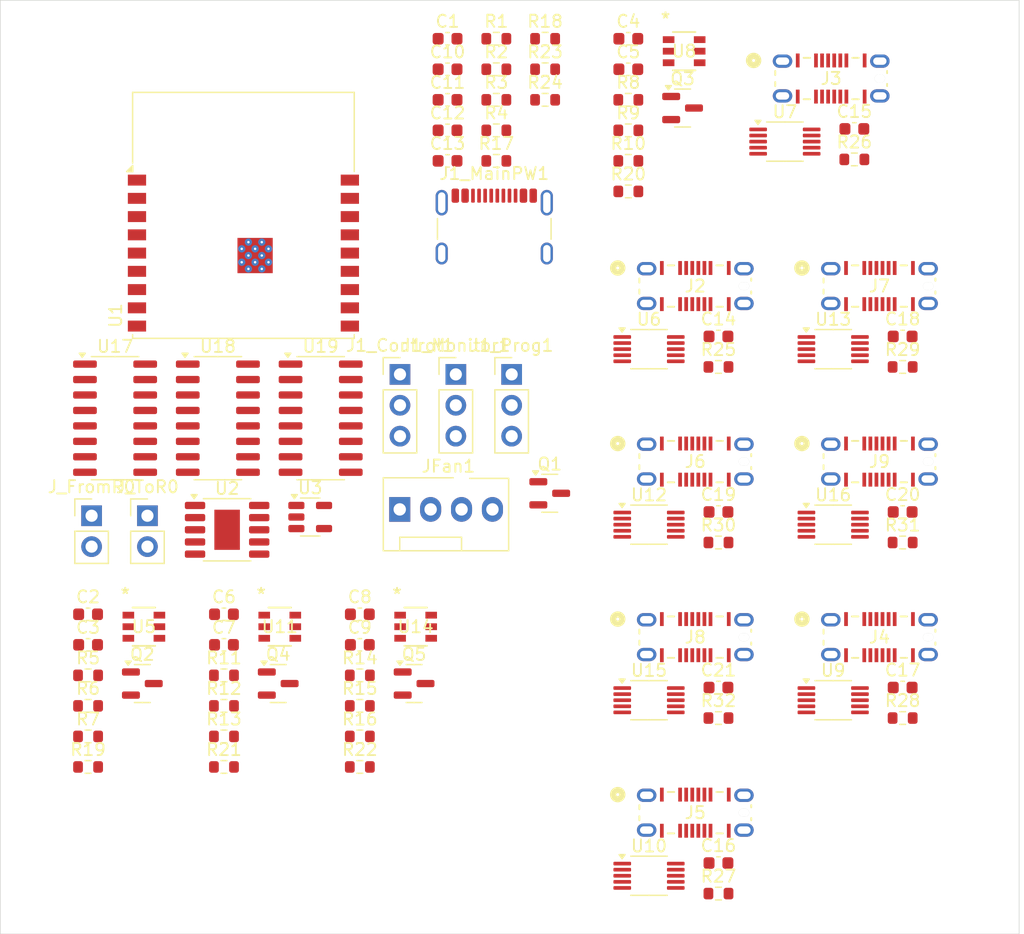
<source format=kicad_pcb>
(kicad_pcb (version 20241229) (generator "pcbnew") (generator_version "9.0")
  (layers (0 "F.Cu" signal) (2 "B.Cu" signal) (13 "F.Paste" user) (15 "B.Paste" user) (5 "F.SilkS" user "F.Silkscreen") (7 "B.SilkS" user "B.Silkscreen") (1 "F.Mask" user) (3 "B.Mask" user) (25 "Edge.Cuts" user))
  (net 0 "")
  (net 1 "Earth")
  (net 2 "Net-(U2-CFG2)")
  (net 3 "+5V")
  (net 4 "/Dual_USB-C_SubSchema0/USB_C0/VBUS")
  (net 5 "/Dual_USB-C_SubSchema1/USB_C0/VBUS")
  (net 6 "/Dual_USB-C_SubSchema2/USB_C0/VBUS")
  (net 7 "/Dual_USB-C_SubSchema3/USB_C0/VBUS")
  (net 8 "+3V3")
  (net 9 "Boot")
  (net 10 "Enable")
  (net 11 "Net-(J1_MainPW1-CC1)")
  (net 12 "Net-(U2-DM)")
  (net 13 "Net-(J1_MainPW1-CC2)")
  (net 14 "VBUS")
  (net 17 "Net-(U2-DP)")
  (net 18 "RX")
  (net 19 "TX")
  (net 20 "D+")
  (net 21 "D-")
  (net 25 "Net-(U6-Vin-)")
  (net 28 "/Dual_USB-C_SubSchema0/USB_C0/CC_Line")
  (net 30 "Net-(U7-Vin-)")
  (net 38 "Net-(U9-Vin-)")
  (net 41 "/Dual_USB-C_SubSchema1/USB_C0/CC_Line")
  (net 46 "Net-(U10-Vin-)")
  (net 52 "Net-(U12-Vin-)")
  (net 56 "/Dual_USB-C_SubSchema2/USB_C0/CC_Line")
  (net 62 "Net-(U13-Vin-)")
  (net 67 "/Dual_USB-C_SubSchema3/USB_C0/CC_Line")
  (net 73 "Net-(U15-Vin-)")
  (net 80 "Net-(U16-Vin-)")
  (net 82 "TACH")
  (net 83 "PWM")
  (net 84 "Net-(J_ToR0-Pin_2)")
  (net 85 "Net-(Q1-G)")
  (net 86 "CC0")
  (net 87 "CC1")
  (net 88 "CC2")
  (net 89 "CC3")
  (net 90 "Net-(U2-VBUS)")
  (net 91 "Net-(U5-ILIM)")
  (net 92 "Alert00")
  (net 93 "Net-(U8-ILIM)")
  (net 94 "Alert10")
  (net 95 "Net-(U11-ILIM)")
  (net 96 "Alert20")
  (net 97 "Net-(U14-ILIM)")
  (net 98 "Alert30")
  (net 99 "Alert01")
  (net 100 "Alert11")
  (net 101 "Alert21")
  (net 102 "Alert31")
  (net 103 "SCL")
  (net 104 "SDA")
  (net 106 "Data_In")
  (net 107 "Data_Out")
  (net 108 "GET")
  (net 109 "CLK")
  (net 112 "Fault0")
  (net 113 "EN0")
  (net 114 "EN1")
  (net 115 "Fault1")
  (net 116 "EN2")
  (net 117 "Fault2")
  (net 118 "EN3")
  (net 119 "Fault3")
  (net 122 "Net-(U17-~{Q7})")
  (footprint "Package_TO_SOT_SMD:SOT-23" (layer "F.Cu") (at 104.765 103.165)
    (property "Reference" "Q5" (at 0 -2.4 0) (layer "F.SilkS"))
    (property "Value" "BC857")
    (pad "1" smd roundrect (at -0.9375 -0.95) (size 1.475 0.6) (layers "F.Cu" "F.Mask" "F.Paste") (net 67 "/Dual_USB-C_SubSchema3/USB_C0/CC_Line"))
    (pad "2" smd roundrect (at -0.9375 0.95) (size 1.475 0.6) (layers "F.Cu" "F.Mask" "F.Paste") (net 8 "+3V3"))
    (pad "3" smd roundrect (at 0.9375 0) (size 1.475 0.6) (layers "F.Cu" "F.Mask" "F.Paste") (net 89 "CC3"))
  )
  (footprint "Resistor_SMD:R_0603_1608Metric" (layer "F.Cu") (at 100.305 107.51)
    (property "Reference" "R16" (at 0 -1.43 0) (layer "F.SilkS"))
    (property "Value" "10k")
    (pad "1" smd roundrect (at -0.825 0) (size 0.8 0.95) (layers "F.Cu" "F.Mask" "F.Paste") (net 8 "+3V3"))
    (pad "2" smd roundrect (at 0.825 0) (size 0.8 0.95) (layers "F.Cu" "F.Mask" "F.Paste") (net 98 "Alert30"))
  )
  (footprint "Capacitor_SMD:C_0603_1608Metric" (layer "F.Cu") (at 77.965 99.98)
    (property "Reference" "C3" (at 0 -1.43 0) (layer "F.SilkS"))
    (property "Value" "10uF")
    (pad "1" smd roundrect (at -0.775 0) (size 0.9 0.95) (layers "F.Cu" "F.Mask" "F.Paste") (net 4 "/Dual_USB-C_SubSchema0/USB_C0/VBUS"))
    (pad "2" smd roundrect (at 0.775 0) (size 0.9 0.95) (layers "F.Cu" "F.Mask" "F.Paste") (net 1 "Earth"))
  )
  (footprint "Resistor_SMD:R_0603_1608Metric" (layer "F.Cu") (at 115.535 52.67)
    (property "Reference" "R23" (at 0 -1.43 0) (layer "F.SilkS"))
    (property "Value" "4.7k")
    (pad "1" smd roundrect (at -0.825 0) (size 0.8 0.95) (layers "F.Cu" "F.Mask" "F.Paste") (net 103 "SCL"))
    (pad "2" smd roundrect (at 0.825 0) (size 0.8 0.95) (layers "F.Cu" "F.Mask" "F.Paste") (net 8 "+3V3"))
  )
  (footprint "Capacitor_SMD:C_0603_1608Metric" (layer "F.Cu") (at 77.965 97.47)
    (property "Reference" "C2" (at 0 -1.43 0) (layer "F.SilkS"))
    (property "Value" "10uF")
    (pad "1" smd roundrect (at -0.775 0) (size 0.9 0.95) (layers "F.Cu" "F.Mask" "F.Paste") (net 3 "+5V"))
    (pad "2" smd roundrect (at 0.775 0) (size 0.9 0.95) (layers "F.Cu" "F.Mask" "F.Paste") (net 1 "Earth"))
  )
  (footprint "Resistor_SMD:R_0603_1608Metric" (layer "F.Cu") (at 89.135 102.49)
    (property "Reference" "R11" (at 0 -1.43 0) (layer "F.SilkS"))
    (property "Value" "10k")
    (pad "1" smd roundrect (at -0.825 0) (size 0.8 0.95) (layers "F.Cu" "F.Mask" "F.Paste") (net 88 "CC2"))
    (pad "2" smd roundrect (at 0.825 0) (size 0.8 0.95) (layers "F.Cu" "F.Mask" "F.Paste") (net 56 "/Dual_USB-C_SubSchema2/USB_C0/CC_Line"))
  )
  (footprint "Resistor_SMD:R_0603_1608Metric" (layer "F.Cu") (at 100.305 105)
    (property "Reference" "R15" (at 0 -1.43 0) (layer "F.SilkS"))
    (property "Value" "10k")
    (pad "1" smd roundrect (at -0.825 0) (size 0.8 0.95) (layers "F.Cu" "F.Mask" "F.Paste") (net 97 "Net-(U14-ILIM)"))
    (pad "2" smd roundrect (at 0.825 0) (size 0.8 0.95) (layers "F.Cu" "F.Mask" "F.Paste") (net 1 "Earth"))
  )
  (footprint "Connector_PinHeader_2.54mm:PinHeader_1x02_P2.54mm_Vertical" (layer "F.Cu") (at 82.845 89.37)
    (property "Reference" "J_ToR0" (at 0 -2.38 0) (layer "F.SilkS"))
    (property "Value" "Conn_01x02_Pin")
    (pad "1" thru_hole rect (at 0 0) (size 1.7 1.7) (drill 1) (layers "*.Cu" "*.Mask") (net 1 "Earth"))
    (pad "2" thru_hole circle (at 0 2.54) (size 1.7 1.7) (drill 1) (layers "*.Cu" "*.Mask") (net 84 "Net-(J_ToR0-Pin_2)"))
  )
  (footprint "Capacitor_SMD:C_0603_1608Metric" (layer "F.Cu") (at 129.785 103.49)
    (property "Reference" "C21" (at 0 -1.43 0) (layer "F.SilkS"))
    (property "Value" "10uF")
    (pad "1" smd roundrect (at -0.775 0) (size 0.9 0.95) (layers "F.Cu" "F.Mask" "F.Paste") (net 8 "+3V3"))
    (pad "2" smd roundrect (at 0.775 0) (size 0.9 0.95) (layers "F.Cu" "F.Mask" "F.Paste") (net 1 "Earth"))
  )
  (footprint "Capacitor_SMD:C_0603_1608Metric" (layer "F.Cu") (at 129.785 89.06)
    (property "Reference" "C19" (at 0 -1.43 0) (layer "F.SilkS"))
    (property "Value" "10uF")
    (pad "1" smd roundrect (at -0.775 0) (size 0.9 0.95) (layers "F.Cu" "F.Mask" "F.Paste") (net 8 "+3V3"))
    (pad "2" smd roundrect (at 0.775 0) (size 0.9 0.95) (layers "F.Cu" "F.Mask" "F.Paste") (net 1 "Earth"))
  )
  (footprint "Package_SO:VSSOP-10_3x3mm_P0.5mm" (layer "F.Cu") (at 124.075 118.965)
    (property "Reference" "U10" (at 0 -2.45 0) (layer "F.SilkS"))
    (property "Value" "INA226")
    (pad "1" smd roundrect (at -2.2 -1) (size 1.45 0.3) (layers "F.Cu" "F.Mask" "F.Paste") (net 1 "Earth"))
    (pad "2" smd roundrect (at -2.2 -0.5) (size 1.45 0.3) (layers "F.Cu" "F.Mask" "F.Paste") (net 103 "SCL"))
    (pad "3" smd roundrect (at -2.2 0) (size 1.45 0.3) (layers "F.Cu" "F.Mask" "F.Paste") (net 100 "Alert11"))
    (pad "4" smd roundrect (at -2.2 0.5) (size 1.45 0.3) (layers "F.Cu" "F.Mask" "F.Paste") (net 104 "SDA"))
    (pad "5" smd roundrect (at -2.2 1) (size 1.45 0.3) (layers "F.Cu" "F.Mask" "F.Paste") (net 103 "SCL"))
    (pad "6" smd roundrect (at 2.2 1) (size 1.45 0.3) (layers "F.Cu" "F.Mask" "F.Paste") (net 8 "+3V3"))
    (pad "7" smd roundrect (at 2.2 0.5) (size 1.45 0.3) (layers "F.Cu" "F.Mask" "F.Paste") (net 1 "Earth"))
    (pad "8" smd roundrect (at 2.2 0) (size 1.45 0.3) (layers "F.Cu" "F.Mask" "F.Paste") (net 5 "/Dual_USB-C_SubSchema1/USB_C0/VBUS"))
    (pad "9" smd roundrect (at 2.2 -0.5) (size 1.45 0.3) (layers "F.Cu" "F.Mask" "F.Paste") (net 46 "Net-(U10-Vin-)"))
    (pad "10" smd roundrect (at 2.2 -1) (size 1.45 0.3) (layers "F.Cu" "F.Mask" "F.Paste") (net 5 "/Dual_USB-C_SubSchema1/USB_C0/VBUS"))
  )
  (footprint "Package_TO_SOT_SMD:SOT-23" (layer "F.Cu") (at 93.595 103.165)
    (property "Reference" "Q4" (at 0 -2.4 0) (layer "F.SilkS"))
    (property "Value" "BC857")
    (pad "1" smd roundrect (at -0.9375 -0.95) (size 1.475 0.6) (layers "F.Cu" "F.Mask" "F.Paste") (net 56 "/Dual_USB-C_SubSchema2/USB_C0/CC_Line"))
    (pad "2" smd roundrect (at -0.9375 0.95) (size 1.475 0.6) (layers "F.Cu" "F.Mask" "F.Paste") (net 8 "+3V3"))
    (pad "3" smd roundrect (at 0.9375 0) (size 1.475 0.6) (layers "F.Cu" "F.Mask" "F.Paste") (net 88 "CC2"))
  )
  (footprint "Connector_PinHeader_2.54mm:PinHeader_1x02_P2.54mm_Vertical" (layer "F.Cu") (at 78.255 89.37)
    (property "Reference" "J_FromR0" (at 0 -2.38 0) (layer "F.SilkS"))
    (property "Value" "Conn_01x02_Pin")
    (pad "1" thru_hole rect (at 0 0) (size 1.7 1.7) (drill 1) (layers "*.Cu" "*.Mask") (net 1 "Earth"))
    (pad "2" thru_hole circle (at 0 2.54) (size 1.7 1.7) (drill 1) (layers "*.Cu" "*.Mask") (net 3 "+5V"))
  )
  (footprint "Package_SO:VSSOP-10_3x3mm_P0.5mm" (layer "F.Cu") (at 139.215 75.675)
    (property "Reference" "U13" (at 0 -2.45 0) (layer "F.SilkS"))
    (property "Value" "INA226")
    (pad "1" smd roundrect (at -2.2 -1) (size 1.45 0.3) (layers "F.Cu" "F.Mask" "F.Paste") (net 8 "+3V3"))
    (pad "2" smd roundrect (at -2.2 -0.5) (size 1.45 0.3) (layers "F.Cu" "F.Mask" "F.Paste") (net 8 "+3V3"))
    (pad "3" smd roundrect (at -2.2 0) (size 1.45 0.3) (layers "F.Cu" "F.Mask" "F.Paste") (net 101 "Alert21"))
    (pad "4" smd roundrect (at -2.2 0.5) (size 1.45 0.3) (layers "F.Cu" "F.Mask" "F.Paste") (net 104 "SDA"))
    (pad "5" smd roundrect (at -2.2 1) (size 1.45 0.3) (layers "F.Cu" "F.Mask" "F.Paste") (net 103 "SCL"))
    (pad "6" smd roundrect (at 2.2 1) (size 1.45 0.3) (layers "F.Cu" "F.Mask" "F.Paste") (net 8 "+3V3"))
    (pad "7" smd roundrect (at 2.2 0.5) (size 1.45 0.3) (layers "F.Cu" "F.Mask" "F.Paste") (net 1 "Earth"))
    (pad "8" smd roundrect (at 2.2 0) (size 1.45 0.3) (layers "F.Cu" "F.Mask" "F.Paste") (net 6 "/Dual_USB-C_SubSchema2/USB_C0/VBUS"))
    (pad "9" smd roundrect (at 2.2 -0.5) (size 1.45 0.3) (layers "F.Cu" "F.Mask" "F.Paste") (net 62 "Net-(U13-Vin-)"))
    (pad "10" smd roundrect (at 2.2 -1) (size 1.45 0.3) (layers "F.Cu" "F.Mask" "F.Paste") (net 6 "/Dual_USB-C_SubSchema2/USB_C0/VBUS"))
  )
  (footprint "Package_SO:VSSOP-10_3x3mm_P0.5mm" (layer "F.Cu") (at 139.215 104.535)
    (property "Reference" "U9" (at 0 -2.45 0) (layer "F.SilkS"))
    (property "Value" "INA226")
    (pad "1" smd roundrect (at -2.2 -1) (size 1.45 0.3) (layers "F.Cu" "F.Mask" "F.Paste") (net 1 "Earth"))
    (pad "2" smd roundrect (at -2.2 -0.5) (size 1.45 0.3) (layers "F.Cu" "F.Mask" "F.Paste") (net 104 "SDA"))
    (pad "3" smd roundrect (at -2.2 0) (size 1.45 0.3) (layers "F.Cu" "F.Mask" "F.Paste") (net 94 "Alert10"))
    (pad "4" smd roundrect (at -2.2 0.5) (size 1.45 0.3) (layers "F.Cu" "F.Mask" "F.Paste") (net 104 "SDA"))
    (pad "5" smd roundrect (at -2.2 1) (size 1.45 0.3) (layers "F.Cu" "F.Mask" "F.Paste") (net 103 "SCL"))
    (pad "6" smd roundrect (at 2.2 1) (size 1.45 0.3) (layers "F.Cu" "F.Mask" "F.Paste") (net 8 "+3V3"))
    (pad "7" smd roundrect (at 2.2 0.5) (size 1.45 0.3) (layers "F.Cu" "F.Mask" "F.Paste") (net 1 "Earth"))
    (pad "8" smd roundrect (at 2.2 0) (size 1.45 0.3) (layers "F.Cu" "F.Mask" "F.Paste") (net 5 "/Dual_USB-C_SubSchema1/USB_C0/VBUS"))
    (pad "9" smd roundrect (at 2.2 -0.5) (size 1.45 0.3) (layers "F.Cu" "F.Mask" "F.Paste") (net 38 "Net-(U9-Vin-)"))
    (pad "10" smd roundrect (at 2.2 -1) (size 1.45 0.3) (layers "F.Cu" "F.Mask" "F.Paste") (net 5 "/Dual_USB-C_SubSchema1/USB_C0/VBUS"))
  )
  (footprint "Library:CONN_USB4145-03-0230-C_GCT" (layer "F.Cu") (at 139.0504 53.43)
    (property "Reference" "J3" (at 0 0 0) (layer "F.SilkS"))
    (property "Value" "USB_C_Receptacle_USB2.0_16P")
    (fp_line (start 3.8984 0) (end 4.1016 0) (stroke (width 0.6604)) (layer "Edge.Cuts"))
    (pad "" np_thru_hole circle (at -4 0) (size 0.6604 0.6604) (drill 0.6604) (layers "*.Cu" "*.Mask"))
    (pad "" np_thru_hole circle (at 3.8984 0) (size 0.6604 0.6604) (drill 0.6604) (layers "*.Cu" "*.Mask"))
    (pad "" np_thru_hole circle (at 4.1016 0) (size 0.6604 0.6604) (drill 0.6604) (layers "*.Cu" "*.Mask"))
    (pad "A1" smd rect (at -2.75 -1.485001) (size 0.3048 1.143) (layers "F.Cu" "F.Mask" "F.Paste") (net 1 "Earth"))
    (pad "A4" smd rect (at -1.25 -1.485001) (size 0.3048 1.143) (layers "F.Cu" "F.Mask" "F.Paste") (net 30 "Net-(U7-Vin-)"))
    (pad "A5" smd rect (at -0.750001 -1.485001) (size 0.3048 1.143) (layers "F.Cu" "F.Mask" "F.Paste") (net 28 "/Dual_USB-C_SubSchema0/USB_C0/CC_Line"))
    (pad "A6" smd rect (at -0.25 -1.485001) (size 0.3048 1.143) (layers "F.Cu" "F.Mask" "F.Paste"))
    (pad "A7" smd rect (at 0.25 -1.485001) (size 0.3048 1.143) (layers "F.Cu" "F.Mask" "F.Paste"))
    (pad "A8" smd rect (at 0.750001 -1.485001) (size 0.3048 1.143) (layers "F.Cu" "F.Mask" "F.Paste"))
    (pad "A9" smd rect (at 1.25 -1.485001) (size 0.3048 1.143) (layers "F.Cu" "F.Mask" "F.Paste") (net 30 "Net-(U7-Vin-)"))
    (pad "A12" smd rect (at 2.75 -1.485001) (size 0.3048 1.143) (layers "F.Cu" "F.Mask" "F.Paste") (net 1 "Earth"))
    (pad "B1" smd rect (at 2.75 1.485001) (size 0.3048 1.143) (layers "F.Cu" "F.Mask" "F.Paste") (net 1 "Earth"))
    (pad "B4" smd rect (at 1.25 1.485001) (size 0.3048 1.143) (layers "F.Cu" "F.Mask" "F.Paste") (net 30 "Net-(U7-Vin-)"))
    (pad "B5" smd rect (at 0.750001 1.485001) (size 0.3048 1.143) (layers "F.Cu" "F.Mask" "F.Paste") (net 28 "/Dual_USB-C_SubSchema0/USB_C0/CC_Line"))
    (pad "B6" smd rect (at 0.25 1.485001) (size 0.3048 1.143) (layers "F.Cu" "F.Mask" "F.Paste"))
    (pad "B7" smd rect (at -0.25 1.485001) (size 0.3048 1.143) (layers "F.Cu" "F.Mask" "F.Paste"))
    (pad "B8" smd rect (at -0.750001 1.485001) (size 0.3048 1.143) (layers "F.Cu" "F.Mask" "F.Paste"))
    (pad "B9" smd rect (at -1.25 1.485001) (size 0.3048 1.143) (layers "F.Cu" "F.Mask" "F.Paste") (net 30 "Net-(U7-Vin-)"))
    (pad "B12" smd rect (at -2.75 1.485001) (size 0.3048 1.143) (layers "F.Cu" "F.Mask" "F.Paste") (net 1 "Earth"))
    (pad "S1" thru_hole oval (at -4 -1.43) (size 1.6002 1.0922) (drill oval 1.0922 0.6096) (property pad_prop_heatsink) (layers "*.Cu" "*.Mask" "F.Paste") (net 1 "Earth"))
    (pad "S1" thru_hole oval (at -4 1.43) (size 1.6002 1.0922) (drill oval 1.0922 0.6096) (property pad_prop_heatsink) (layers "*.Cu" "*.Mask" "F.Paste") (net 1 "Earth"))
    (pad "S1" thru_hole oval (at 4 -1.43) (size 1.6002 1.0922) (drill oval 1.0922 0.6096) (layers "*.Cu" "*.Mask" "F.Paste") (net 1 "Earth"))
    (pad "S1" thru_hole oval (at 4 1.43) (size 1.6002 1.0922) (drill oval 1.0922 0.6096) (property pad_prop_heatsink) (layers "*.Cu" "*.Mask" "F.Paste") (net 1 "Earth"))
  )
  (footprint "Resistor_SMD:R_0603_1608Metric" (layer "F.Cu") (at 144.925 106)
    (property "Reference" "R28" (at 0 -1.43 0) (layer "F.SilkS"))
    (property "Value" "10m")
    (pad "1" smd roundrect (at -0.825 0) (size 0.8 0.95) (layers "F.Cu" "F.Mask" "F.Paste") (net 5 "/Dual_USB-C_SubSchema1/USB_C0/VBUS"))
    (pad "2" smd roundrect (at 0.825 0) (size 0.8 0.95) (layers "F.Cu" "F.Mask" "F.Paste") (net 38 "Net-(U9-Vin-)"))
  )
  (footprint "Package_TO_SOT_SMD:SOT-23" (layer "F.Cu") (at 115.915 87.525)
    (property "Reference" "Q1" (at 0 -2.4 0) (layer "F.SilkS"))
    (property "Value" "AO3401A")
    (pad "1" smd roundrect (at -0.9375 -0.95) (size 1.475 0.6) (layers "F.Cu" "F.Mask" "F.Paste") (net 85 "Net-(Q1-G)"))
    (pad "2" smd roundrect (at -0.9375 0.95) (size 1.475 0.6) (layers "F.Cu" "F.Mask" "F.Paste") (net 14 "VBUS"))
    (pad "3" smd roundrect (at 0.9375 0) (size 1.475 0.6) (layers "F.Cu" "F.Mask" "F.Paste") (net 84 "Net-(J_ToR0-Pin_2)"))
  )
  (footprint "Capacitor_SMD:C_0603_1608Metric" (layer "F.Cu") (at 144.925 89.06)
    (property "Reference" "C20" (at 0 -1.43 0) (layer "F.SilkS"))
    (property "Value" "10uF")
    (pad "1" smd roundrect (at -0.775 0) (size 0.9 0.95) (layers "F.Cu" "F.Mask" "F.Paste") (net 8 "+3V3"))
    (pad "2" smd roundrect (at 0.775 0) (size 0.9 0.95) (layers "F.Cu" "F.Mask" "F.Paste") (net 1 "Earth"))
  )
  (footprint "Library:SOIC_52W6-7_DIO" (layer "F.Cu") (at 82.5528 98.493)
    (property "Reference" "U5" (at 0 0 0) (layer "F.SilkS"))
    (property "Value" "AP22652W6-7")
    (fp_text user "*" (at -1.53035 -2.6518 0) (layer "F.SilkS"))
    (fp_text user "*" (at -1.53035 -2.6518 0) (layer "F.SilkS"))
    (pad "1" smd rect (at -1.27635 -0.950001) (size 0.9525 0.5588) (layers "F.Cu" "F.Mask" "F.Paste") (net 3 "+5V"))
    (pad "2" smd rect (at -1.27635 0) (size 0.9525 0.5588) (layers "F.Cu" "F.Mask" "F.Paste") (net 1 "Earth"))
    (pad "3" smd rect (at -1.27635 0.950001) (size 0.9525 0.5588) (layers "F.Cu" "F.Mask" "F.Paste") (net 113 "EN0"))
    (pad "4" smd rect (at 1.27635 0.950001) (size 0.9525 0.5588) (layers "F.Cu" "F.Mask" "F.Paste") (net 112 "Fault0"))
    (pad "5" smd rect (at 1.27635 0) (size 0.9525 0.5588) (layers "F.Cu" "F.Mask" "F.Paste") (net 91 "Net-(U5-ILIM)"))
    (pad "6" smd rect (at 1.27635 -0.950001) (size 0.9525 0.5588) (layers "F.Cu" "F.Mask" "F.Paste") (net 4 "/Dual_USB-C_SubSchema0/USB_C0/VBUS"))
  )
  (footprint "Resistor_SMD:R_0603_1608Metric" (layer "F.Cu") (at 129.785 120.43)
    (property "Reference" "R27" (at 0 -1.43 0) (layer "F.SilkS"))
    (property "Value" "10m")
    (pad "1" smd roundrect (at -0.825 0) (size 0.8 0.95) (layers "F.Cu" "F.Mask" "F.Paste") (net 5 "/Dual_USB-C_SubSchema1/USB_C0/VBUS"))
    (pad "2" smd roundrect (at 0.825 0) (size 0.8 0.95) (layers "F.Cu" "F.Mask" "F.Paste") (net 46 "Net-(U10-Vin-)"))
  )
  (footprint "Resistor_SMD:R_0603_1608Metric" (layer "F.Cu") (at 111.525 52.67)
    (property "Reference" "R2" (at 0 -1.43 0) (layer "F.SilkS"))
    (property "Value" "10k")
    (pad "1" smd roundrect (at -0.825 0) (size 0.8 0.95) (layers "F.Cu" "F.Mask" "F.Paste") (net 14 "VBUS"))
    (pad "2" smd roundrect (at 0.825 0) (size 0.8 0.95) (layers "F.Cu" "F.Mask" "F.Paste") (net 90 "Net-(U2-VBUS)"))
  )
  (footprint "Capacitor_SMD:C_0603_1608Metric" (layer "F.Cu") (at 140.955 57.57)
    (property "Reference" "C15" (at 0 -1.43 0) (layer "F.SilkS"))
    (property "Value" "10uF")
    (pad "1" smd roundrect (at -0.775 0) (size 0.9 0.95) (layers "F.Cu" "F.Mask" "F.Paste") (net 8 "+3V3"))
    (pad "2" smd roundrect (at 0.775 0) (size 0.9 0.95) (layers "F.Cu" "F.Mask" "F.Paste") (net 1 "Earth"))
  )
  (footprint "Package_SO:SSOP-10-1EP_3.9x4.9mm_P1mm_EP2.1x3.3mm" (layer "F.Cu") (at 89.395 90.525)
    (property "Reference" "U2" (at 0 -3.4 0) (layer "F.SilkS"))
    (property "Value" "CH224K")
    (pad "1" smd roundrect (at -2.6375 -2) (size 1.675 0.6) (layers "F.Cu" "F.Mask" "F.Paste") (net 2 "Net-(U2-CFG2)"))
    (pad "2" smd roundrect (at -2.6375 -1) (size 1.675 0.6) (layers "F.Cu" "F.Mask" "F.Paste") (net 2 "Net-(U2-CFG2)"))
    (pad "3" smd roundrect (at -2.6375 0) (size 1.675 0.6) (layers "F.Cu" "F.Mask" "F.Paste") (net 1 "Earth"))
    (pad "4" smd roundrect (at -2.6375 1) (size 1.675 0.6) (layers "F.Cu" "F.Mask" "F.Paste") (net 17 "Net-(U2-DP)"))
    (pad "5" smd roundrect (at -2.6375 2) (size 1.675 0.6) (layers "F.Cu" "F.Mask" "F.Paste") (net 12 "Net-(U2-DM)"))
    (pad "6" smd roundrect (at 2.6375 2) (size 1.675 0.6) (layers "F.Cu" "F.Mask" "F.Paste") (net 13 "Net-(J1_MainPW1-CC2)"))
    (pad "7" smd roundrect (at 2.6375 1) (size 1.675 0.6) (layers "F.Cu" "F.Mask" "F.Paste") (net 11 "Net-(J1_MainPW1-CC1)"))
    (pad "8" smd roundrect (at 2.6375 0) (size 1.675 0.6) (layers "F.Cu" "F.Mask" "F.Paste") (net 90 "Net-(U2-VBUS)"))
    (pad "9" smd roundrect (at 2.6375 -1) (size 1.675 0.6) (layers "F.Cu" "F.Mask" "F.Paste") (net 1 "Earth"))
    (pad "10" smd roundrect (at 2.6375 -2) (size 1.675 0.6) (layers "F.Cu" "F.Mask" "F.Paste") (net 85 "Net-(Q1-G)"))
    (pad "11" smd rect (at 0 0) (size 2.1 3.3) (property pad_prop_heatsink) (layers "F.Cu" "F.Mask") (net 1 "Earth"))
  )
  (footprint "Library:SOIC_52W6-7_DIO" (layer "F.Cu") (at 104.8928 98.493)
    (property "Reference" "U14" (at 0 0 0) (layer "F.SilkS"))
    (property "Value" "AP22652W6-7")
    (fp_text user "*" (at -1.53035 -2.6518 0) (layer "F.SilkS"))
    (fp_text user "*" (at -1.53035 -2.6518 0) (layer "F.SilkS"))
    (pad "1" smd rect (at -1.27635 -0.950001) (size 0.9525 0.5588) (layers "F.Cu" "F.Mask" "F.Paste") (net 3 "+5V"))
    (pad "2" smd rect (at -1.27635 0) (size 0.9525 0.5588) (layers "F.Cu" "F.Mask" "F.Paste") (net 1 "Earth"))
    (pad "3" smd rect (at -1.27635 0.950001) (size 0.9525 0.5588) (layers "F.Cu" "F.Mask" "F.Paste") (net 118 "EN3"))
    (pad "4" smd rect (at 1.27635 0.950001) (size 0.9525 0.5588) (layers "F.Cu" "F.Mask" "F.Paste") (net 119 "Fault3"))
    (pad "5" smd rect (at 1.27635 0) (size 0.9525 0.5588) (layers "F.Cu" "F.Mask" "F.Paste") (net 97 "Net-(U14-ILIM)"))
    (pad "6" smd rect (at 1.27635 -0.950001) (size 0.9525 0.5588) (layers "F.Cu" "F.Mask" "F.Paste") (net 7 "/Dual_USB-C_SubSchema3/USB_C0/VBUS"))
  )
  (footprint "Package_SO:SOIC-16_3.9x9.9mm_P1.27mm" (layer "F.Cu") (at 88.635 81.35)
    (property "Reference" "U18" (at 0 -5.9 0) (layer "F.SilkS"))
    (property "Value" "74HC165")
    (pad "1" smd roundrect (at -2.475 -4.445) (size 1.95 0.6) (layers "F.Cu" "F.Mask" "F.Paste") (net 108 "GET"))
    (pad "2" smd roundrect (at -2.475 -3.175) (size 1.95 0.6) (layers "F.Cu" "F.Mask" "F.Paste") (net 109 "CLK"))
    (pad "3" smd roundrect (at -2.475 -1.905) (size 1.95 0.6) (layers "F.Cu" "F.Mask" "F.Paste") (net 119 "Fault3"))
    (pad "4" smd roundrect (at -2.475 -0.635) (size 1.95 0.6) (layers "F.Cu" "F.Mask" "F.Paste") (net 98 "Alert30"))
    (pad "5" smd roundrect (at -2.475 0.635) (size 1.95 0.6) (layers "F.Cu" "F.Mask" "F.Paste") (net 102 "Alert31"))
    (pad "6" smd roundrect (at -2.475 1.905) (size 1.95 0.6) (layers "F.Cu" "F.Mask" "F.Paste") (net 89 "CC3"))
    (pad "7" smd roundrect (at -2.475 3.175) (size 1.95 0.6) (layers "F.Cu" "F.Mask" "F.Paste"))
    (pad "8" smd roundrect (at -2.475 4.445) (size 1.95 0.6) (layers "F.Cu" "F.Mask" "F.Paste") (net 1 "Earth"))
    (pad "9" smd roundrect (at 2.475 4.445) (size 1.95 0.6) (layers "F.Cu" "F.Mask" "F.Paste") (net 107 "Data_Out"))
    (pad "10" smd roundrect (at 2.475 3.175) (size 1.95 0.6) (layers "F.Cu" "F.Mask" "F.Paste") (net 122 "Net-(U17-~{Q7})"))
    (pad "11" smd roundrect (at 2.475 1.905) (size 1.95 0.6) (layers "F.Cu" "F.Mask" "F.Paste") (net 117 "Fault2"))
    (pad "12" smd roundrect (at 2.475 0.635) (size 1.95 0.6) (layers "F.Cu" "F.Mask" "F.Paste") (net 96 "Alert20"))
    (pad "13" smd roundrect (at 2.475 -0.635) (size 1.95 0.6) (layers "F.Cu" "F.Mask" "F.Paste") (net 101 "Alert21"))
    (pad "14" smd roundrect (at 2.475 -1.905) (size 1.95 0.6) (layers "F.Cu" "F.Mask" "F.Paste") (net 88 "CC2"))
    (pad "15" smd roundrect (at 2.475 -3.175) (size 1.95 0.6) (layers "F.Cu" "F.Mask" "F.Paste") (net 1 "Earth"))
    (pad "16" smd roundrect (at 2.475 -4.445) (size 1.95 0.6) (layers "F.Cu" "F.Mask" "F.Paste") (net 8 "+3V3"))
  )
  (footprint "Resistor_SMD:R_0603_1608Metric" (layer "F.Cu") (at 115.535 55.18)
    (property "Reference" "R24" (at 0 -1.43 0) (layer "F.SilkS"))
    (property "Value" "4.7k")
    (pad "1" smd roundrect (at -0.825 0) (size 0.8 0.95) (layers "F.Cu" "F.Mask" "F.Paste") (net 8 "+3V3"))
    (pad "2" smd roundrect (at 0.825 0) (size 0.8 0.95) (layers "F.Cu" "F.Mask" "F.Paste") (net 104 "SDA"))
  )
  (footprint "Capacitor_SMD:C_0603_1608Metric" (layer "F.Cu") (at 107.515 57.69)
    (property "Reference" "C12" (at 0 -1.43 0) (layer "F.SilkS"))
    (property "Value" "10uF")
    (pad "1" smd roundrect (at -0.775 0) (size 0.9 0.95) (layers "F.Cu" "F.Mask" "F.Paste") (net 8 "+3V3"))
    (pad "2" smd roundrect (at 0.775 0) (size 0.9 0.95) (layers "F.Cu" "F.Mask" "F.Paste") (net 1 "Earth"))
  )
  (footprint "Resistor_SMD:R_0603_1608Metric" (layer "F.Cu") (at 140.955 60.08)
    (property "Reference" "R26" (at 0 -1.43 0) (layer "F.SilkS"))
    (property "Value" "10m")
    (pad "1" smd roundrect (at -0.825 0) (size 0.8 0.95) (layers "F.Cu" "F.Mask" "F.Paste") (net 4 "/Dual_USB-C_SubSchema0/USB_C0/VBUS"))
    (pad "2" smd roundrect (at 0.825 0) (size 0.8 0.95) (layers "F.Cu" "F.Mask" "F.Paste") (net 30 "Net-(U7-Vin-)"))
  )
  (footprint "Package_SO:VSSOP-10_3x3mm_P0.5mm" (layer "F.Cu") (at 139.215 90.105)
    (property "Reference" "U16" (at 0 -2.45 0) (layer "F.SilkS"))
    (property "Value" "INA226")
    (pad "1" smd roundrect (at -2.2 -1) (size 1.45 0.3) (layers "F.Cu" "F.Mask" "F.Paste") (net 8 "+3V3"))
    (pad "2" smd roundrect (at -2.2 -0.5) (size 1.45 0.3) (layers "F.Cu" "F.Mask" "F.Paste") (net 103 "SCL"))
    (pad "3" smd roundrect (at -2.2 0) (size 1.45 0.3) (layers "F.Cu" "F.Mask" "F.Paste") (net 102 "Alert31"))
    (pad "4" smd roundrect (at -2.2 0.5) (size 1.45 0.3) (layers "F.Cu" "F.Mask" "F.Paste") (net 104 "SDA"))
    (pad "5" smd roundrect (at -2.2 1) (size 1.45 0.3) (layers "F.Cu" "F.Mask" "F.Paste") (net 103 "SCL"))
    (pad "6" smd roundrect (at 2.2 1) (size 1.45 0.3) (layers "F.Cu" "F.Mask" "F.Paste") (net 8 "+3V3"))
    (pad "7" smd roundrect (at 2.2 0.5) (size 1.45 0.3) (layers "F.Cu" "F.Mask" "F.Paste") (net 1 "Earth"))
    (pad "8" smd roundrect (at 2.2 0) (size 1.45 0.3) (layers "F.Cu" "F.Mask" "F.Paste") (net 7 "/Dual_USB-C_SubSchema3/USB_C0/VBUS"))
    (pad "9" smd roundrect (at 2.2 -0.5) (size 1.45 0.3) (layers "F.Cu" "F.Mask" "F.Paste") (net 80 "Net-(U16-Vin-)"))
    (pad "10" smd roundrect (at 2.2 -1) (size 1.45 0.3) (layers "F.Cu" "F.Mask" "F.Paste") (net 7 "/Dual_USB-C_SubSchema3/USB_C0/VBUS"))
  )
  (footprint "Library:CONN_USB4145-03-0230-C_GCT" (layer "F.Cu") (at 143.0204 84.92)
    (property "Reference" "J9" (at 0 0 0) (layer "F.SilkS"))
    (property "Value" "USB_C_Receptacle_USB2.0_16P")
    (fp_line (start 3.8984 0) (end 4.1016 0) (stroke (width 0.6604)) (layer "Edge.Cuts"))
    (pad "" np_thru_hole circle (at -4 0) (size 0.6604 0.6604) (drill 0.6604) (layers "*.Cu" "*.Mask"))
    (pad "" np_thru_hole circle (at 3.8984 0) (size 0.6604 0.6604) (drill 0.6604) (layers "*.Cu" "*.Mask"))
    (pad "" np_thru_hole circle (at 4.1016 0) (size 0.6604 0.6604) (drill 0.6604) (layers "*.Cu" "*.Mask"))
    (pad "A1" smd rect (at -2.75 -1.485001) (size 0.3048 1.143) (layers "F.Cu" "F.Mask" "F.Paste") (net 1 "Earth"))
    (pad "A4" smd rect (at -1.25 -1.485001) (size 0.3048 1.143) (layers "F.Cu" "F.Mask" "F.Paste") (net 80 "Net-(U16-Vin-)"))
    (pad "A5" smd rect (at -0.750001 -1.485001) (size 0.3048 1.143) (layers "F.Cu" "F.Mask" "F.Paste") (net 67 "/Dual_USB-C_SubSchema3/USB_C0/CC_Line"))
    (pad "A6" smd rect (at -0.25 -1.485001) (size 0.3048 1.143) (layers "F.Cu" "F.Mask" "F.Paste"))
    (pad "A7" smd rect (at 0.25 -1.485001) (size 0.3048 1.143) (layers "F.Cu" "F.Mask" "F.Paste"))
    (pad "A8" smd rect (at 0.750001 -1.485001) (size 0.3048 1.143) (layers "F.Cu" "F.Mask" "F.Paste"))
    (pad "A9" smd rect (at 1.25 -1.485001) (size 0.3048 1.143) (layers "F.Cu" "F.Mask" "F.Paste") (net 80 "Net-(U16-Vin-)"))
    (pad "A12" smd rect (at 2.75 -1.485001) (size 0.3048 1.143) (layers "F.Cu" "F.Mask" "F.Paste") (net 1 "Earth"))
    (pad "B1" smd rect (at 2.75 1.485001) (size 0.3048 1.143) (layers "F.Cu" "F.Mask" "F.Paste") (net 1 "Earth"))
    (pad "B4" smd rect (at 1.25 1.485001) (size 0.3048 1.143) (layers "F.Cu" "F.Mask" "F.Paste") (net 80 "Net-(U16-Vin-)"))
    (pad "B5" smd rect (at 0.750001 1.485001) (size 0.3048 1.143) (layers "F.Cu" "F.Mask" "F.Paste") (net 67 "/Dual_USB-C_SubSchema3/USB_C0/CC_Line"))
    (pad "B6" smd rect (at 0.25 1.485001) (size 0.3048 1.143) (layers "F.Cu" "F.Mask" "F.Paste"))
    (pad "B7" smd rect (at -0.25 1.485001) (size 0.3048 1.143) (layers "F.Cu" "F.Mask" "F.Paste"))
    (pad "B8" smd rect (at -0.750001 1.485001) (size 0.3048 1.143) (layers "F.Cu" "F.Mask" "F.Paste"))
    (pad "B9" smd rect (at -1.25 1.485001) (size 0.3048 1.143) (layers "F.Cu" "F.Mask" "F.Paste") (net 80 "Net-(U16-Vin-)"))
    (pad "B12" smd rect (at -2.75 1.485001) (size 0.3048 1.143) (layers "F.Cu" "F.Mask" "F.Paste") (net 1 "Earth"))
    (pad "S1" thru_hole oval (at -4 -1.43) (size 1.6002 1.0922) (drill oval 1.0922 0.6096) (property pad_prop_heatsink) (layers "*.Cu" "*.Mask" "F.Paste") (net 1 "Earth"))
    (pad "S1" thru_hole oval (at -4 1.43) (size 1.6002 1.0922) (drill oval 1.0922 0.6096) (property pad_prop_heatsink) (layers "*.Cu" "*.Mask" "F.Paste") (net 1 "Earth"))
    (pad "S1" thru_hole oval (at 4 -1.43) (size 1.6002 1.0922) (drill oval 1.0922 0.6096) (layers "*.Cu" "*.Mask" "F.Paste") (net 1 "Earth"))
    (pad "S1" thru_hole oval (at 4 1.43) (size 1.6002 1.0922) (drill oval 1.0922 0.6096) (property pad_prop_heatsink) (layers "*.Cu" "*.Mask" "F.Paste") (net 1 "Earth"))
  )
  (footprint "Resistor_SMD:R_0603_1608Metric" (layer "F.Cu") (at 77.965 105)
    (property "Reference" "R6" (at 0 -1.43 0) (layer "F.SilkS"))
    (property "Value" "10k")
    (pad "1" smd roundrect (at -0.825 0) (size 0.8 0.95) (layers "F.Cu" "F.Mask" "F.Paste") (net 91 "Net-(U5-ILIM)"))
    (pad "2" smd roundrect (at 0.825 0) (size 0.8 0.95) (layers "F.Cu" "F.Mask" "F.Paste") (net 1 "Earth"))
  )
  (footprint "Connector_USB:USB_C_Receptacle_GCT_USB4105-xx-A_16P_TopMnt_Horizontal" (layer "F.Cu") (at 111.355 66.74)
    (property "Reference" "J1_MainPW1" (at 0 -5.5 0) (layer "F.SilkS"))
    (property "Value" "USB_C_Receptacle_USB2.0_16P")
    (pad "" np_thru_hole circle (at -2.89 -2.605) (size 0.65 0.65) (drill 0.65) (layers "*.Cu" "*.Mask"))
    (pad "" np_thru_hole circle (at 2.89 -2.605) (size 0.65 0.65) (drill 0.65) (layers "*.Cu" "*.Mask"))
    (pad "A1" smd roundrect (at -3.2 -3.68) (size 0.6 1.15) (layers "F.Cu" "F.Mask" "F.Paste") (net 1 "Earth"))
    (pad "A4" smd roundrect (at -2.4 -3.68) (size 0.6 1.15) (layers "F.Cu" "F.Mask" "F.Paste") (net 14 "VBUS"))
    (pad "A5" smd roundrect (at -1.25 -3.68) (size 0.3 1.15) (layers "F.Cu" "F.Mask" "F.Paste") (net 11 "Net-(J1_MainPW1-CC1)"))
    (pad "A6" smd roundrect (at -0.25 -3.68) (size 0.3 1.15) (layers "F.Cu" "F.Mask" "F.Paste") (net 17 "Net-(U2-DP)"))
    (pad "A7" smd roundrect (at 0.25 -3.68) (size 0.3 1.15) (layers "F.Cu" "F.Mask" "F.Paste") (net 12 "Net-(U2-DM)"))
    (pad "A8" smd roundrect (at 1.25 -3.68) (size 0.3 1.15) (layers "F.Cu" "F.Mask" "F.Paste"))
    (pad "A9" smd roundrect (at 2.4 -3.68) (size 0.6 1.15) (layers "F.Cu" "F.Mask" "F.Paste") (net 14 "VBUS"))
    (pad "A12" smd roundrect (at 3.2 -3.68) (size 0.6 1.15) (layers "F.Cu" "F.Mask" "F.Paste") (net 1 "Earth"))
    (pad "B1" smd roundrect (at 3.2 -3.68) (size 0.6 1.15) (layers "F.Cu" "F.Mask" "F.Paste") (net 1 "Earth"))
    (pad "B4" smd roundrect (at 2.4 -3.68) (size 0.6 1.15) (layers "F.Cu" "F.Mask" "F.Paste") (net 14 "VBUS"))
    (pad "B5" smd roundrect (at 1.75 -3.68) (size 0.3 1.15) (layers "F.Cu" "F.Mask" "F.Paste") (net 13 "Net-(J1_MainPW1-CC2)"))
    (pad "B6" smd roundrect (at 0.75 -3.68) (size 0.3 1.15) (layers "F.Cu" "F.Mask" "F.Paste") (net 17 "Net-(U2-DP)"))
    (pad "B7" smd roundrect (at -0.75 -3.68) (size 0.3 1.15) (layers "F.Cu" "F.Mask" "F.Paste") (net 12 "Net-(U2-DM)"))
    (pad "B8" smd roundrect (at -1.75 -3.68) (size 0.3 1.15) (layers "F.Cu" "F.Mask" "F.Paste"))
    (pad "B9" smd roundrect (at -2.4 -3.68) (size 0.6 1.15) (layers "F.Cu" "F.Mask" "F.Paste") (net 14 "VBUS"))
    (pad "B12" smd roundrect (at -3.2 -3.68) (size 0.6 1.15) (layers "F.Cu" "F.Mask" "F.Paste") (net 1 "Earth"))
    (pad "S1" thru_hole oval (at -4.32 -3.105) (size 1 2.1) (drill oval 0.6 1.7) (property pad_prop_heatsink) (layers "*.Cu" "*.Mask" "F.Paste") (net 1 "Earth"))
    (pad "S1" thru_hole oval (at -4.32 1.075) (size 1 1.8) (drill oval 0.6 1.4) (property pad_prop_heatsink) (layers "*.Cu" "*.Mask" "F.Paste") (net 1 "Earth"))
    (pad "S1" thru_hole oval (at 4.32 -3.105) (size 1 2.1) (drill oval 0.6 1.7) (property pad_prop_heatsink) (layers "*.Cu" "*.Mask" "F.Paste") (net 1 "Earth"))
    (pad "S1" thru_hole oval (at 4.32 1.075) (size 1 1.8) (drill oval 0.6 1.4) (property pad_prop_heatsink) (layers "*.Cu" "*.Mask" "F.Paste") (net 1 "Earth"))
  )
  (footprint "Capacitor_SMD:C_0603_1608Metric" (layer "F.Cu") (at 129.785 117.92)
    (property "Reference" "C16" (at 0 -1.43 0) (layer "F.SilkS"))
    (property "Value" "10uF")
    (pad "1" smd roundrect (at -0.775 0) (size 0.9 0.95) (layers "F.Cu" "F.Mask" "F.Paste") (net 8 "+3V3"))
    (pad "2" smd roundrect (at 0.775 0) (size 0.9 0.95) (layers "F.Cu" "F.Mask" "F.Paste") (net 1 "Earth"))
  )
  (footprint "Resistor_SMD:R_0603_1608Metric" (layer "F.Cu") (at 100.305 110.02)
    (property "Reference" "R22" (at 0 -1.43 0) (layer "F.SilkS"))
    (property "Value" "10k")
    (pad "1" smd roundrect (at -0.825 0) (size 0.8 0.95) (layers "F.Cu" "F.Mask" "F.Paste") (net 8 "+3V3"))
    (pad "2" smd roundrect (at 0.825 0) (size 0.8 0.95) (layers "F.Cu" "F.Mask" "F.Paste") (net 102 "Alert31"))
  )
  (footprint "Capacitor_SMD:C_0603_1608Metric" (layer "F.Cu") (at 107.515 60.2)
    (property "Reference" "C13" (at 0 -1.43 0) (layer "F.SilkS"))
    (property "Value" "1nF")
    (pad "1" smd roundrect (at -0.775 0) (size 0.9 0.95) (layers "F.Cu" "F.Mask" "F.Paste") (net 8 "+3V3"))
    (pad "2" smd roundrect (at 0.775 0) (size 0.9 0.95) (layers "F.Cu" "F.Mask" "F.Paste") (net 1 "Earth"))
  )
  (footprint "Resistor_SMD:R_0603_1608Metric" (layer "F.Cu") (at 100.305 102.49)
    (property "Reference" "R14" (at 0 -1.43 0) (layer "F.SilkS"))
    (property "Value" "10k")
    (pad "1" smd roundrect (at -0.825 0) (size 0.8 0.95) (layers "F.Cu" "F.Mask" "F.Paste") (net 89 "CC3"))
    (pad "2" smd roundrect (at 0.825 0) (size 0.8 0.95) (layers "F.Cu" "F.Mask" "F.Paste") (net 67 "/Dual_USB-C_SubSchema3/USB_C0/CC_Line"))
  )
  (footprint "Library:CONN_USB4145-03-0230-C_GCT" (layer "F.Cu") (at 143.0204 70.49)
    (property "Reference" "J7" (at 0 0 0) (layer "F.SilkS"))
    (property "Value" "USB_C_Receptacle_USB2.0_16P")
    (fp_line (start 3.8984 0) (end 4.1016 0) (stroke (width 0.6604)) (layer "Edge.Cuts"))
    (pad "" np_thru_hole circle (at -4 0) (size 0.6604 0.6604) (drill 0.6604) (layers "*.Cu" "*.Mask"))
    (pad "" np_thru_hole circle (at 3.8984 0) (size 0.6604 0.6604) (drill 0.6604) (layers "*.Cu" "*.Mask"))
    (pad "" np_thru_hole circle (at 4.1016 0) (size 0.6604 0.6604) (drill 0.6604) (layers "*.Cu" "*.Mask"))
    (pad "A1" smd rect (at -2.75 -1.485001) (size 0.3048 1.143) (layers "F.Cu" "F.Mask" "F.Paste") (net 1 "Earth"))
    (pad "A4" smd rect (at -1.25 -1.485001) (size 0.3048 1.143) (layers "F.Cu" "F.Mask" "F.Paste") (net 62 "Net-(U13-Vin-)"))
    (pad "A5" smd rect (at -0.750001 -1.485001) (size 0.3048 1.143) (layers "F.Cu" "F.Mask" "F.Paste") (net 56 "/Dual_USB-C_SubSchema2/USB_C0/CC_Line"))
    (pad "A6" smd rect (at -0.25 -1.485001) (size 0.3048 1.143) (layers "F.Cu" "F.Mask" "F.Paste"))
    (pad "A7" smd rect (at 0.25 -1.485001) (size 0.3048 1.143) (layers "F.Cu" "F.Mask" "F.Paste"))
    (pad "A8" smd rect (at 0.750001 -1.485001) (size 0.3048 1.143) (layers "F.Cu" "F.Mask" "F.Paste"))
    (pad "A9" smd rect (at 1.25 -1.485001) (size 0.3048 1.143) (layers "F.Cu" "F.Mask" "F.Paste") (net 62 "Net-(U13-Vin-)"))
    (pad "A12" smd rect (at 2.75 -1.485001) (size 0.3048 1.143) (layers "F.Cu" "F.Mask" "F.Paste") (net 1 "Earth"))
    (pad "B1" smd rect (at 2.75 1.485001) (size 0.3048 1.143) (layers "F.Cu" "F.Mask" "F.Paste") (net 1 "Earth"))
    (pad "B4" smd rect (at 1.25 1.485001) (size 0.3048 1.143) (layers "F.Cu" "F.Mask" "F.Paste") (net 62 "Net-(U13-Vin-)"))
    (pad "B5" smd rect (at 0.750001 1.485001) (size 0.3048 1.143) (layers "F.Cu" "F.Mask" "F.Paste") (net 56 "/Dual_USB-C_SubSchema2/USB_C0/CC_Line"))
    (pad "B6" smd rect (at 0.25 1.485001) (size 0.3048 1.143) (layers "F.Cu" "F.Mask" "F.Paste"))
    (pad "B7" smd rect (at -0.25 1.485001) (size 0.3048 1.143) (layers "F.Cu" "F.Mask" "F.Paste"))
    (pad "B8" smd rect (at -0.750001 1.485001) (size 0.3048 1.143) (layers "F.Cu" "F.Mask" "F.Paste"))
    (pad "B9" smd rect (at -1.25 1.485001) (size 0.3048 1.143) (layers "F.Cu" "F.Mask" "F.Paste") (net 62 "Net-(U13-Vin-)"))
    (pad "B12" smd rect (at -2.75 1.485001) (size 0.3048 1.143) (layers "F.Cu" "F.Mask" "F.Paste") (net 1 "Earth"))
    (pad "S1" thru_hole oval (at -4 -1.43) (size 1.6002 1.0922) (drill oval 1.0922 0.6096) (property pad_prop_heatsink) (layers "*.Cu" "*.Mask" "F.Paste") (net 1 "Earth"))
    (pad "S1" thru_hole oval (at -4 1.43) (size 1.6002 1.0922) (drill oval 1.0922 0.6096) (property pad_prop_heatsink) (layers "*.Cu" "*.Mask" "F.Paste") (net 1 "Earth"))
    (pad "S1" thru_hole oval (at 4 -1.43) (size 1.6002 1.0922) (drill oval 1.0922 0.6096) (layers "*.Cu" "*.Mask" "F.Paste") (net 1 "Earth"))
    (pad "S1" thru_hole oval (at 4 1.43) (size 1.6002 1.0922) (drill oval 1.0922 0.6096) (property pad_prop_heatsink) (layers "*.Cu" "*.Mask" "F.Paste") (net 1 "Earth"))
  )
  (footprint "Package_TO_SOT_SMD:SOT-23-5" (layer "F.Cu") (at 96.225 89.475)
    (property "Reference" "U3" (at 0 -2.4 0) (layer "F.SilkS"))
    (property "Value" "XC6220B331MR")
    (pad "1" smd roundrect (at -1.1375 -0.95) (size 1.325 0.6) (layers "F.Cu" "F.Mask" "F.Paste") (net 3 "+5V"))
    (pad "2" smd roundrect (at -1.1375 0) (size 1.325 0.6) (layers "F.Cu" "F.Mask" "F.Paste") (net 1 "Earth"))
    (pad "3" smd roundrect (at -1.1375 0.95) (size 1.325 0.6) (layers "F.Cu" "F.Mask" "F.Paste") (net 3 "+5V"))
    (pad "4" smd roundrect (at 1.1375 0.95) (size 1.325 0.6) (layers "F.Cu" "F.Mask" "F.Paste"))
    (pad "5" smd roundrect (at 1.1375 -0.95) (size 1.325 0.6) (layers "F.Cu" "F.Mask" "F.Paste") (net 8 "+3V3"))
  )
  (footprint "Capacitor_SMD:C_0603_1608Metric" (layer "F.Cu") (at 122.375 50.16)
    (property "Reference" "C4" (at 0 -1.43 0) (layer "F.SilkS"))
    (property "Value" "10uF")
    (pad "1" smd roundrect (at -0.775 0) (size 0.9 0.95) (layers "F.Cu" "F.Mask" "F.Paste") (net 3 "+5V"))
    (pad "2" smd roundrect (at 0.775 0) (size 0.9 0.95) (layers "F.Cu" "F.Mask" "F.Paste") (net 1 "Earth"))
  )
  (footprint "Connector:FanPinHeader_1x04_P2.54mm_Vertical" (layer "F.Cu") (at 103.585 88.85)
    (property "Reference" "JFan1" (at 4 -3.55 0) (layer "F.SilkS"))
    (property "Value" "Conn_01x04_Pin")
    (pad "" np_thru_hole circle (at 5.08 -2.16 90) (size 1.1 1.1) (drill 1.1) (layers "*.Cu" "*.Mask"))
    (pad "1" thru_hole rect (at 0 0 90) (size 2.03 1.73) (drill 1.02) (layers "*.Cu" "*.Mask") (net 1 "Earth"))
    (pad "2" thru_hole oval (at 2.54 0 90) (size 2.03 1.73) (drill 1.02) (layers "*.Cu" "*.Mask") (net 3 "+5V"))
    (pad "3" thru_hole oval (at 5.08 0 90) (size 2.03 1.73) (drill 1.02) (layers "*.Cu" "*.Mask") (net 82 "TACH"))
    (pad "4" thru_hole oval (at 7.62 0 90) (size 2.03 1.73) (drill 1.02) (layers "*.Cu" "*.Mask") (net 83 "PWM"))
  )
  (footprint "Connector_PinHeader_2.54mm:PinHeader_1x03_P2.54mm_Vertical" (layer "F.Cu") (at 103.605 77.75)
    (property "Reference" "J1_Control1" (at 0 -2.38 0) (layer "F.SilkS"))
    (property "Value" "Conn_01x03_Pin")
    (pad "1" thru_hole rect (at 0 0) (size 1.7 1.7) (drill 1) (layers "*.Cu" "*.Mask") (net 9 "Boot"))
    (pad "2" thru_hole circle (at 0 2.54) (size 1.7 1.7) (drill 1) (layers "*.Cu" "*.Mask") (net 1 "Earth"))
    (pad "3" thru_hole circle (at 0 5.08) (size 1.7 1.7) (drill 1) (layers "*.Cu" "*.Mask") (net 10 "Enable"))
  )
  (footprint "Capacitor_SMD:C_0603_1608Metric" (layer "F.Cu") (at 129.785 74.63)
    (property "Reference" "C14" (at 0 -1.43 0) (layer "F.SilkS"))
    (property "Value" "10uF")
    (pad "1" smd roundrect (at -0.775 0) (size 0.9 0.95) (layers "F.Cu" "F.Mask" "F.Paste") (net 8 "+3V3"))
    (pad "2" smd roundrect (at 0.775 0) (size 0.9 0.95) (layers "F.Cu" "F.Mask" "F.Paste") (net 1 "Earth"))
  )
  (footprint "Resistor_SMD:R_0603_1608Metric" (layer "F.Cu") (at 77.965 110.02)
    (property "Reference" "R19" (at 0 -1.43 0) (layer "F.SilkS"))
    (property "Value" "10k")
    (pad "1" smd roundrect (at -0.825 0) (size 0.8 0.95) (layers "F.Cu" "F.Mask" "F.Paste") (net 8 "+3V3"))
    (pad "2" smd roundrect (at 0.825 0) (size 0.8 0.95) (layers "F.Cu" "F.Mask" "F.Paste") (net 99 "Alert01"))
  )
  (footprint "Resistor_SMD:R_0603_1608Metric" (layer "F.Cu") (at 89.135 107.51)
    (property "Reference" "R13" (at 0 -1.43 0) (layer "F.SilkS"))
    (property "Value" "10k")
    (pad "1" smd roundrect (at -0.825 0) (size 0.8 0.95) (layers "F.Cu" "F.Mask" "F.Paste") (net 8 "+3V3"))
    (pad "2" smd roundrect (at 0.825 0) (size 0.8 0.95) (layers "F.Cu" "F.Mask" "F.Paste") (net 96 "Alert20"))
  )
  (footprint "Resistor_SMD:R_0603_1608Metric" (layer "F.Cu") (at 89.135 105)
    (property "Reference" "R12" (at 0 -1.43 0) (layer "F.SilkS"))
    (property "Value" "10k")
    (pad "1" smd roundrect (at -0.825 0) (size 0.8 0.95) (layers "F.Cu" "F.Mask" "F.Paste") (net 95 "Net-(U11-ILIM)"))
    (pad "2" smd roundrect (at 0.825 0) (size 0.8 0.95) (layers "F.Cu" "F.Mask" "F.Paste") (net 1 "Earth"))
  )
  (footprint "Package_SO:SOIC-16_3.9x9.9mm_P1.27mm" (layer "F.Cu") (at 80.185 81.35)
    (property "Reference" "U17" (at 0 -5.9 0) (layer "F.SilkS"))
    (property "Value" "74HC165")
    (pad "1" smd roundrect (at -2.475 -4.445) (size 1.95 0.6) (layers "F.Cu" "F.Mask" "F.Paste") (net 108 "GET"))
    (pad "2" smd roundrect (at -2.475 -3.175) (size 1.95 0.6) (layers "F.Cu" "F.Mask" "F.Paste") (net 109 "CLK"))
    (pad "3" smd roundrect (at -2.475 -1.905) (size 1.95 0.6) (layers "F.Cu" "F.Mask" "F.Paste") (net 115 "Fault1"))
    (pad "4" smd roundrect (at -2.475 -0.635) (size 1.95 0.6) (layers "F.Cu" "F.Mask" "F.Paste") (net 94 "Alert10"))
    (pad "5" smd roundrect (at -2.475 0.635) (size 1.95 0.6) (layers "F.Cu" "F.Mask" "F.Paste") (net 94 "Alert10"))
    (pad "6" smd roundrect (at -2.475 1.905) (size 1.95 0.6) (layers "F.Cu" "F.Mask" "F.Paste") (net 87 "CC1"))
    (pad "7" smd roundrect (at -2.475 3.175) (size 1.95 0.6) (layers "F.Cu" "F.Mask" "F.Paste") (net 122 "Net-(U17-~{Q7})"))
    (pad "8" smd roundrect (at -2.475 4.445) (size 1.95 0.6) (layers "F.Cu" "F.Mask" "F.Paste") (net 1 "Earth"))
    (pad "9" smd roundrect (at 2.475 4.445) (size 1.95 0.6) (layers "F.Cu" "F.Mask" "F.Paste"))
    (pad "10" smd roundrect (at 2.475 3.175) (size 1.95 0.6) (layers "F.Cu" "F.Mask" "F.Paste"))
    (pad "11" smd roundrect (at 2.475 1.905) (size 1.95 0.6) (layers "F.Cu" "F.Mask" "F.Paste") (net 112 "Fault0"))
    (pad "12" smd roundrect (at 2.475 0.635) (size 1.95 0.6) (layers "F.Cu" "F.Mask" "F.Paste") (net 92 "Alert00"))
    (pad "13" smd roundrect (at 2.475 -0.635) (size 1.95 0.6) (layers "F.Cu" "F.Mask" "F.Paste") (net 99 "Alert01"))
    (pad "14" smd roundrect (at 2.475 -1.905) (size 1.95 0.6) (layers "F.Cu" "F.Mask" "F.Paste") (net 86 "CC0"))
    (pad "15" smd roundrect (at 2.475 -3.175) (size 1.95 0.6) (layers "F.Cu" "F.Mask" "F.Paste") (net 1 "Earth"))
    (pad "16" smd roundrect (at 2.475 -4.445) (size 1.95 0.6) (layers "F.Cu" "F.Mask" "F.Paste") (net 8 "+3V3"))
  )
  (footprint "Library:CONN_USB4145-03-0230-C_GCT" (layer "F.Cu") (at 143.0204 99.35)
    (property "Reference" "J4" (at 0 0 0) (layer "F.SilkS"))
    (property "Value" "USB_C_Receptacle_USB2.0_16P")
    (fp_line (start 3.8984 0) (end 4.1016 0) (stroke (width 0.6604)) (layer "Edge.Cuts"))
    (pad "" np_thru_hole circle (at -4 0) (size 0.6604 0.6604) (drill 0.6604) (layers "*.Cu" "*.Mask"))
    (pad "" np_thru_hole circle (at 3.8984 0) (size 0.6604 0.6604) (drill 0.6604) (layers "*.Cu" "*.Mask"))
    (pad "" np_thru_hole circle (at 4.1016 0) (size 0.6604 0.6604) (drill 0.6604) (layers "*.Cu" "*.Mask"))
    (pad "A1" smd rect (at -2.75 -1.485001) (size 0.3048 1.143) (layers "F.Cu" "F.Mask" "F.Paste") (net 1 "Earth"))
    (pad "A4" smd rect (at -1.25 -1.485001) (size 0.3048 1.143) (layers "F.Cu" "F.Mask" "F.Paste") (net 38 "Net-(U9-Vin-)"))
    (pad "A5" smd rect (at -0.750001 -1.485001) (size 0.3048 1.143) (layers "F.Cu" "F.Mask" "F.Paste") (net 41 "/Dual_USB-C_SubSchema1/USB_C0/CC_Line"))
    (pad "A6" smd rect (at -0.25 -1.485001) (size 0.3048 1.143) (layers "F.Cu" "F.Mask" "F.Paste"))
    (pad "A7" smd rect (at 0.25 -1.485001) (size 0.3048 1.143) (layers "F.Cu" "F.Mask" "F.Paste"))
    (pad "A8" smd rect (at 0.750001 -1.485001) (size 0.3048 1.143) (layers "F.Cu" "F.Mask" "F.Paste"))
    (pad "A9" smd rect (at 1.25 -1.485001) (size 0.3048 1.143) (layers "F.Cu" "F.Mask" "F.Paste") (net 38 "Net-(U9-Vin-)"))
    (pad "A12" smd rect (at 2.75 -1.485001) (size 0.3048 1.143) (layers "F.Cu" "F.Mask" "F.Paste") (net 1 "Earth"))
    (pad "B1" smd rect (at 2.75 1.485001) (size 0.3048 1.143) (layers "F.Cu" "F.Mask" "F.Paste") (net 1 "Earth"))
    (pad "B4" smd rect (at 1.25 1.485001) (size 0.3048 1.143) (layers "F.Cu" "F.Mask" "F.Paste") (net 38 "Net-(U9-Vin-)"))
    (pad "B5" smd rect (at 0.750001 1.485001) (size 0.3048 1.143) (layers "F.Cu" "F.Mask" "F.Paste") (net 41 "/Dual_USB-C_SubSchema1/USB_C0/CC_Line"))
    (pad "B6" smd rect (at 0.25 1.485001) (size 0.3048 1.143) (layers "F.Cu" "F.Mask" "F.Paste"))
    (pad "B7" smd rect (at -0.25 1.485001) (size 0.3048 1.143) (layers "F.Cu" "F.Mask" "F.Paste"))
    (pad "B8" smd rect (at -0.750001 1.485001) (size 0.3048 1.143) (layers "F.Cu" "F.Mask" "F.Paste"))
    (pad "B9" smd rect (at -1.25 1.485001) (size 0.3048 1.143) (layers "F.Cu" "F.Mask" "F.Paste") (net 38 "Net-(U9-Vin-)"))
    (pad "B12" smd rect (at -2.75 1.485001) (size 0.3048 1.143) (layers "F.Cu" "F.Mask" "F.Paste") (net 1 "Earth"))
    (pad "S1" thru_hole oval (at -4 -1.43) (size 1.6002 1.0922) (drill oval 1.0922 0.6096) (property pad_prop_heatsink) (layers "*.Cu" "*.Mask" "F.Paste") (net 1 "Earth"))
    (pad "S1" thru_hole oval (at -4 1.43) (size 1.6002 1.0922) (drill oval 1.0922 0.6096) (property pad_prop_heatsink) (layers "*.Cu" "*.Mask" "F.Paste") (net 1 "Earth"))
    (pad "S1" thru_hole oval (at 4 -1.43) (size 1.6002 1.0922) (drill oval 1.0922 0.6096) (layers "*.Cu" "*.Mask" "F.Paste") (net 1 "Earth"))
    (pad "S1" thru_hole oval (at 4 1.43) (size 1.6002 1.0922) (drill oval 1.0922 0.6096) (property pad_prop_heatsink) (layers "*.Cu" "*.Mask" "F.Paste") (net 1 "Earth"))
  )
  (footprint "Resistor_SMD:R_0603_1608Metric" (layer "F.Cu") (at 111.525 50.16)
    (property "Reference" "R1" (at 0 -1.43 0) (layer "F.SilkS"))
    (property "Value" "1k")
    (pad "1" smd roundrect (at -0.825 0) (size 0.8 0.95) (layers "F.Cu" "F.Mask" "F.Paste") (net 14 "VBUS"))
    (pad "2" smd roundrect (at 0.825 0) (size 0.8 0.95) (layers "F.Cu" "F.Mask" "F.Paste") (net 2 "Net-(U2-CFG2)"))
  )
  (footprint "Resistor_SMD:R_0603_1608Metric" (layer "F.Cu") (at 122.375 60.2)
    (property "Reference" "R10" (at 0 -1.43 0) (layer "F.SilkS"))
    (property "Value" "10k")
    (pad "1" smd roundrect (at -0.825 0) (size 0.8 0.95) (layers "F.Cu" "F.Mask" "F.Paste") (net 8 "+3V3"))
    (pad "2" smd roundrect (at 0.825 0) (size 0.8 0.95) (layers "F.Cu" "F.Mask" "F.Paste") (net 94 "Alert10"))
  )
  (footprint "Resistor_SMD:R_0603_1608Metric" (layer "F.Cu") (at 111.525 55.18)
    (property "Reference" "R3" (at 0 -1.43 0) (layer "F.SilkS"))
    (property "Value" "10k")
    (pad "1" smd roundrect (at -0.825 0) (size 0.8 0.95) (layers "F.Cu" "F.Mask" "F.Paste") (net 85 "Net-(Q1-G)"))
    (pad "2" smd roundrect (at 0.825 0) (size 0.8 0.95) (layers "F.Cu" "F.Mask" "F.Paste") (net 14 "VBUS"))
  )
  (footprint "Capacitor_SMD:C_0603_1608Metric" (layer "F.Cu") (at 89.135 97.47)
    (property "Reference" "C6" (at 0 -1.43 0) (layer "F.SilkS"))
    (property "Value" "10uF")
    (pad "1" smd roundrect (at -0.775 0) (size 0.9 0.95) (layers "F.Cu" "F.Mask" "F.Paste") (net 3 "+5V"))
    (pad "2" smd roundrect (at 0.775 0) (size 0.9 0.95) (layers "F.Cu" "F.Mask" "F.Paste") (net 1 "Earth"))
  )
  (footprint "Package_SO:VSSOP-10_3x3mm_P0.5mm" (layer "F.Cu") (at 124.075 104.535)
    (property "Reference" "U15" (at 0 -2.45 0) (layer "F.SilkS"))
    (property "Value" "INA226")
    (pad "1" smd roundrect (at -2.2 -1) (size 1.45 0.3) (layers "F.Cu" "F.Mask" "F.Paste") (net 8 "+3V3"))
    (pad "2" smd roundrect (at -2.2 -0.5) (size 1.45 0.3) (layers "F.Cu" "F.Mask" "F.Paste") (net 104 "SDA"))
    (pad "3" smd roundrect (at -2.2 0) (size 1.45 0.3) (layers "F.Cu" "F.Mask" "F.Paste") (net 98 "Alert30"))
    (pad "4" smd roundrect (at -2.2 0.5) (size 1.45 0.3) (layers "F.Cu" "F.Mask" "F.Paste") (net 104 "SDA"))
    (pad "5" smd roundrect (at -2.2 1) (size 1.45 0.3) (layers "F.Cu" "F.Mask" "F.Paste") (net 103 "SCL"))
    (pad "6" smd roundrect (at 2.2 1) (size 1.45 0.3) (layers "F.Cu" "F.Mask" "F.Paste") (net 8 "+3V3"))
    (pad "7" smd roundrect (at 2.2 0.5) (size 1.45 0.3) (layers "F.Cu" "F.Mask" "F.Paste") (net 1 "Earth"))
    (pad "8" smd roundrect (at 2.2 0) (size 1.45 0.3) (layers "F.Cu" "F.Mask" "F.Paste") (net 7 "/Dual_USB-C_SubSchema3/USB_C0/VBUS"))
    (pad "9" smd roundrect (at 2.2 -0.5) (size 1.45 0.3) (layers "F.Cu" "F.Mask" "F.Paste") (net 73 "Net-(U15-Vin-)"))
    (pad "10" smd roundrect (at 2.2 -1) (size 1.45 0.3) (layers "F.Cu" "F.Mask" "F.Paste") (net 7 "/Dual_USB-C_SubSchema3/USB_C0/VBUS"))
  )
  (footprint "Package_SO:VSSOP-10_3x3mm_P0.5mm" (layer "F.Cu") (at 124.075 75.675)
    (property "Reference" "U6" (at 0 -2.45 0) (layer "F.SilkS"))
    (property "Value" "INA226")
    (pad "1" smd roundrect (at -2.2 -1) (size 1.45 0.3) (layers "F.Cu" "F.Mask" "F.Paste") (net 1 "Earth"))
    (pad "2" smd roundrect (at -2.2 -0.5) (size 1.45 0.3) (layers "F.Cu" "F.Mask" "F.Paste") (net 1 "Earth"))
    (pad "3" smd roundrect (at -2.2 0) (size 1.45 0.3) (layers "F.Cu" "F.Mask" "F.Paste") (net 92 "Alert00"))
    (pad "4" smd roundrect (at -2.2 0.5) (size 1.45 0.3) (layers "F.Cu" "F.Mask" "F.Paste") (net 104 "SDA"))
    (pad "5" smd roundrect (at -2.2 1) (size 1.45 0.3) (layers "F.Cu" "F.Mask" "F.Paste") (net 103 "SCL"))
    (pad "6" smd roundrect (at 2.2 1) (size 1.45 0.3) (layers "F.Cu" "F.Mask" "F.Paste") (net 8 "+3V3"))
    (pad "7" smd roundrect (at 2.2 0.5) (size 1.45 0.3) (layers "F.Cu" "F.Mask" "F.Paste") (net 1 "Earth"))
    (pad "8" smd roundrect (at 2.2 0) (size 1.45 0.3) (layers "F.Cu" "F.Mask" "F.Paste") (net 4 "/Dual_USB-C_SubSchema0/USB_C0/VBUS"))
    (pad "9" smd roundrect (at 2.2 -0.5) (size 1.45 0.3) (layers "F.Cu" "F.Mask" "F.Paste") (net 25 "Net-(U6-Vin-)"))
    (pad "10" smd roundrect (at 2.2 -1) (size 1.45 0.3) (layers "F.Cu" "F.Mask" "F.Paste") (net 4 "/Dual_USB-C_SubSchema0/USB_C0/VBUS"))
  )
  (footprint "Resistor_SMD:R_0603_1608Metric" (layer "F.Cu") (at 111.525 60.2)
    (property "Reference" "R17" (at 0 -1.43 0) (layer "F.SilkS"))
    (property "Value" "10k")
    (pad "1" smd roundrect (at -0.825 0) (size 0.8 0.95) (layers "F.Cu" "F.Mask" "F.Paste") (net 8 "+3V3"))
    (pad "2" smd roundrect (at 0.825 0) (size 0.8 0.95) (layers "F.Cu" "F.Mask" "F.Paste") (net 10 "Enable"))
  )
  (footprint "Resistor_SMD:R_0603_1608Metric" (layer "F.Cu") (at 77.965 102.49)
    (property "Reference" "R5" (at 0 -1.43 0) (layer "F.SilkS"))
    (property "Value" "10k")
    (pad "1" smd roundrect (at -0.825 0) (size 0.8 0.95) (layers "F.Cu" "F.Mask" "F.Paste") (net 86 "CC0"))
    (pad "2" smd roundrect (at 0.825 0) (size 0.8 0.95) (layers "F.Cu" "F.Mask" "F.Paste") (net 28 "/Dual_USB-C_SubSchema0/USB_C0/CC_Line"))
  )
  (footprint "Package_TO_SOT_SMD:SOT-23" (layer "F.Cu") (at 82.425 103.165)
    (property "Reference" "Q2" (at 0 -2.4 0) (layer "F.SilkS"))
    (property "Value" "BC857")
    (pad "1" smd roundrect (at -0.9375 -0.95) (size 1.475 0.6) (layers "F.Cu" "F.Mask" "F.Paste") (net 28 "/Dual_USB-C_SubSchema0/USB_C0/CC_Line"))
    (pad "2" smd roundrect (at -0.9375 0.95) (size 1.475 0.6) (layers "F.Cu" "F.Mask" "F.Paste") (net 8 "+3V3"))
    (pad "3" smd roundrect (at 0.9375 0) (size 1.475 0.6) (layers "F.Cu" "F.Mask" "F.Paste") (net 86 "CC0"))
  )
  (footprint "Resistor_SMD:R_0603_1608Metric" (layer "F.Cu") (at 77.965 107.51)
    (property "Reference" "R7" (at 0 -1.43 0) (layer "F.SilkS"))
    (property "Value" "10k")
    (pad "1" smd roundrect (at -0.825 0) (size 0.8 0.95) (layers "F.Cu" "F.Mask" "F.Paste") (net 8 "+3V3"))
    (pad "2" smd roundrect (at 0.825 0) (size 0.8 0.95) (layers "F.Cu" "F.Mask" "F.Paste") (net 92 "Alert00"))
  )
  (footprint "Resistor_SMD:R_0603_1608Metric" (layer "F.Cu") (at 115.535 50.16)
    (property "Reference" "R18" (at 0 -1.43 0) (layer "F.SilkS"))
    (property "Value" "10k")
    (pad "1" smd roundrect (at -0.825 0) (size 0.8 0.95) (layers "F.Cu" "F.Mask" "F.Paste") (net 8 "+3V3"))
    (pad "2" smd roundrect (at 0.825 0) (size 0.8 0.95) (layers "F.Cu" "F.Mask" "F.Paste") (net 9 "Boot"))
  )
  (footprint "Package_SO:VSSOP-10_3x3mm_P0.5mm" (layer "F.Cu") (at 124.075 90.105)
    (property "Reference" "U12" (at 0 -2.45 0) (layer "F.SilkS"))
    (property "Value" "INA226")
    (pad "1" smd roundrect (at -2.2 -1) (size 1.45 0.3) (layers "F.Cu" "F.Mask" "F.Paste") (net 8 "+3V3"))
    (pad "2" smd roundrect (at -2.2 -0.5) (size 1.45 0.3) (layers "F.Cu" "F.Mask" "F.Paste") (net 1 "Earth"))
    (pad "3" smd roundrect (at -2.2 0) (size 1.45 0.3) (layers "F.Cu" "F.Mask" "F.Paste") (net 96 "Alert20"))
    (pad "4" smd roundrect (at -2.2 0.5) (size 1.45 0.3) (layers "F.Cu" "F.Mask" "F.Paste") (net 104 "SDA"))
    (pad "5" smd roundrect (at -2.2 1) (size 1.45 0.3) (layers "F.Cu" "F.Mask" "F.Paste") (net 103 "SCL"))
    (pad "6" smd roundrect (at 2.2 1) (size 1.45 0.3) (layers "F.Cu" "F.Mask" "F.Paste") (net 8 "+3V3"))
    (pad "7" smd roundrect (at 2.2 0.5) (size 1.45 0.3) (layers "F.Cu" "F.Mask" "F.Paste") (net 1 "Earth"))
    (pad "8" smd roundrect (at 2.2 0) (size 1.45 0.3) (layers "F.Cu" "F.Mask" "F.Paste") (net 6 "/Dual_USB-C_SubSchema2/USB_C0/VBUS"))
    (pad "9" smd roundrect (at 2.2 -0.5) (size 1.45 0.3) (layers "F.Cu" "F.Mask" "F.Paste") (net 52 "Net-(U12-Vin-)"))
    (pad "10" smd roundrect (at 2.2 -1) (size 1.45 0.3) (layers "F.Cu" "F.Mask" "F.Paste") (net 6 "/Dual_USB-C_SubSchema2/USB_C0/VBUS"))
  )
  (footprint "Library:SOIC_52W6-7_DIO" (layer "F.Cu") (at 93.7228 98.493)
    (property "Reference" "U11" (at 0 0 0) (layer "F.SilkS"))
    (property "Value" "AP22652W6-7")
    (fp_text user "*" (at -1.53035 -2.6518 0) (layer "F.SilkS"))
    (fp_text user "*" (at -1.53035 -2.6518 0) (layer "F.SilkS"))
    (pad "1" smd rect (at -1.27635 -0.950001) (size 0.9525 0.5588) (layers "F.Cu" "F.Mask" "F.Paste") (net 3 "+5V"))
    (pad "2" smd rect (at -1.27635 0) (size 0.9525 0.5588) (layers "F.Cu" "F.Mask" "F.Paste") (net 1 "Earth"))
    (pad "3" smd rect (at -1.27635 0.950001) (size 0.9525 0.5588) (layers "F.Cu" "F.Mask" "F.Paste") (net 116 "EN2"))
    (pad "4" smd rect (at 1.27635 0.950001) (size 0.9525 0.5588) (layers "F.Cu" "F.Mask" "F.Paste") (net 117 "Fault2"))
    (pad "5" smd rect (at 1.27635 0) (size 0.9525 0.5588) (layers "F.Cu" "F.Mask" "F.Paste") (net 95 "Net-(U11-ILIM)"))
    (pad "6" smd rect (at 1.27635 -0.950001) (size 0.9525 0.5588) (layers "F.Cu" "F.Mask" "F.Paste") (net 6 "/Dual_USB-C_SubSchema2/USB_C0/VBUS"))
  )
  (footprint "Connector_PinHeader_2.54mm:PinHeader_1x03_P2.54mm_Vertical" (layer "F.Cu") (at 108.195 77.75)
    (property "Reference" "J1_Monitor1" (at 0 -2.38 0) (layer "F.SilkS"))
    (property "Value" "Conn_01x03_Pin")
    (pad "1" thru_hole rect (at 0 0) (size 1.7 1.7) (drill 1) (layers "*.Cu" "*.Mask") (net 1 "Earth"))
    (pad "2" thru_hole circle (at 0 2.54) (size 1.7 1.7) (drill 1) (layers "*.Cu" "*.Mask") (net 19 "TX"))
    (pad "3" thru_hole circle (at 0 5.08) (size 1.7 1.7) (drill 1) (layers "*.Cu" "*.Mask") (net 18 "RX"))
  )
  (footprint "Resistor_SMD:R_0603_1608Metric" (layer "F.Cu") (at 129.785 91.57)
    (property "Reference" "R30" (at 0 -1.43 0) (layer "F.SilkS"))
    (property "Value" "10m")
    (pad "1" smd roundrect (at -0.825 0) (size 0.8 0.95) (layers "F.Cu" "F.Mask" "F.Paste") (net 6 "/Dual_USB-C_SubSchema2/USB_C0/VBUS"))
    (pad "2" smd roundrect (at 0.825 0) (size 0.8 0.95) (layers "F.Cu" "F.Mask" "F.Paste") (net 52 "Net-(U12-Vin-)"))
  )
  (footprint "Capacitor_SMD:C_0603_1608Metric" (layer "F.Cu") (at 144.925 103.49)
    (property "Reference" "C17" (at 0 -1.43 0) (layer "F.SilkS"))
    (property "Value" "10uF")
    (pad "1" smd roundrect (at -0.775 0) (size 0.9 0.95) (layers "F.Cu" "F.Mask" "F.Paste") (net 8 "+3V3"))
    (pad "2" smd roundrect (at 0.775 0) (size 0.9 0.95) (layers "F.Cu" "F.Mask" "F.Paste") (net 1 "Earth"))
  )
  (footprint "Package_SO:SOIC-16_3.9x9.9mm_P1.27mm" (layer "F.Cu") (at 97.085 81.35)
    (property "Reference" "U19" (at 0 -5.9 0) (layer "F.SilkS"))
    (property "Value" "74HC595")
    (pad "1" smd roundrect (at -2.475 -4.445) (size 1.95 0.6) (layers "F.Cu" "F.Mask" "F.Paste") (net 114 "EN1"))
    (pad "2" smd roundrect (at -2.475 -3.175) (size 1.95 0.6) (layers "F.Cu" "F.Mask" "F.Paste") (net 116 "EN2"))
    (pad "3" smd roundrect (at -2.475 -1.905) (size 1.95 0.6) (layers "F.Cu" "F.Mask" "F.Paste") (net 118 "EN3"))
    (pad "4" smd roundrect (at -2.475 -0.635) (size 1.95 0.6) (layers "F.Cu" "F.Mask" "F.Paste"))
    (pad "5" smd roundrect (at -2.475 0.635) (size 1.95 0.6) (layers "F.Cu" "F.Mask" "F.Paste"))
    (pad "6" smd roundrect (at -2.475 1.905) (size 1.95 0.6) (layers "F.Cu" "F.Mask" "F.Paste"))
    (pad "7" smd roundrect (at -2.475 3.175) (size 1.95 0.6) (layers "F.Cu" "F.Mask" "F.Paste"))
    (pad "8" smd roundrect (at -2.475 4.445) (size 1.95 0.6) (layers "F.Cu" "F.Mask" "F.Paste") (net 1 "Earth"))
    (pad "9" smd roundrect (at 2.475 4.445) (size 1.95 0.6) (layers "F.Cu" "F.Mask" "F.Paste"))
    (pad "10" smd roundrect (at 2.475 3.175) (size 1.95 0.6) (layers "F.Cu" "F.Mask" "F.Paste") (net 3 "+5V"))
    (pad "11" smd roundrect (at 2.475 1.905) (size 1.95 0.6) (layers "F.Cu" "F.Mask" "F.Paste") (net 109 "CLK"))
    (pad "12" smd roundrect (at 2.475 0.635) (size 1.95 0.6) (layers "F.Cu" "F.Mask" "F.Paste") (net 108 "GET"))
    (pad "13" smd roundrect (at 2.475 -0.635) (size 1.95 0.6) (layers "F.Cu" "F.Mask" "F.Paste") (net 1 "Earth"))
    (pad "14" smd roundrect (at 2.475 -1.905) (size 1.95 0.6) (layers "F.Cu" "F.Mask" "F.Paste") (net 106 "Data_In"))
    (pad "15" smd roundrect (at 2.475 -3.175) (size 1.95 0.6) (layers "F.Cu" "F.Mask" "F.Paste") (net 113 "EN0"))
    (pad "16" smd roundrect (at 2.475 -4.445) (size 1.95 0.6) (layers "F.Cu" "F.Mask" "F.Paste") (net 8 "+3V3"))
  )
  (footprint "Resistor_SMD:R_0603_1608Metric" (layer "F.Cu") (at 122.375 55.18)
    (property "Reference" "R8" (at 0 -1.43 0) (layer "F.SilkS"))
    (property "Value" "10k")
    (pad "1" smd roundrect (at -0.825 0) (size 0.8 0.95) (layers "F.Cu" "F.Mask" "F.Paste") (net 87 "CC1"))
    (pad "2" smd roundrect (at 0.825 0) (size 0.8 0.95) (layers "F.Cu" "F.Mask" "F.Paste") (net 41 "/Dual_USB-C_SubSchema1/USB_C0/CC_Line"))
  )
  (footprint "Capacitor_SMD:C_0603_1608Metric" (layer "F.Cu") (at 107.515 52.67)
    (property "Reference" "C10" (at 0 -1.43 0) (layer "F.SilkS"))
    (property "Value" "10uF")
    (pad "1" smd roundrect (at -0.775 0) (size 0.9 0.95) (layers "F.Cu" "F.Mask" "F.Paste") (net 3 "+5V"))
    (pad "2" smd roundrect (at 0.775 0) (size 0.9 0.95) (layers "F.Cu" "F.Mask" "F.Paste") (net 1 "Earth"))
  )
  (footprint "Library:CONN_USB4145-03-0230-C_GCT" (layer "F.Cu") (at 127.8804 70.49)
    (property "Reference" "J2" (at 0 0 0) (layer "F.SilkS"))
    (property "Value" "USB_C_Receptacle_USB2.0_16P")
    (fp_line (start 3.8984 0) (end 4.1016 0) (stroke (width 0.6604)) (layer "Edge.Cuts"))
    (pad "" np_thru_hole circle (at -4 0) (size 0.6604 0.6604) (drill 0.6604) (layers "*.Cu" "*.Mask"))
    (pad "" np_thru_hole circle (at 3.8984 0) (size 0.6604 0.6604) (drill 0.6604) (layers "*.Cu" "*.Mask"))
    (pad "" np_thru_hole circle (at 4.1016 0) (size 0.6604 0.6604) (drill 0.6604) (layers "*.Cu" "*.Mask"))
    (pad "A1" smd rect (at -2.75 -1.485001) (size 0.3048 1.143) (layers "F.Cu" "F.Mask" "F.Paste") (net 1 "Earth"))
    (pad "A4" smd rect (at -1.25 -1.485001) (size 0.3048 1.143) (layers "F.Cu" "F.Mask" "F.Paste") (net 25 "Net-(U6-Vin-)"))
    (pad "A5" smd rect (at -0.750001 -1.485001) (size 0.3048 1.143) (layers "F.Cu" "F.Mask" "F.Paste") (net 28 "/Dual_USB-C_SubSchema0/USB_C0/CC_Line"))
    (pad "A6" smd rect (at -0.25 -1.485001) (size 0.3048 1.143) (layers "F.Cu" "F.Mask" "F.Paste"))
    (pad "A7" smd rect (at 0.25 -1.485001) (size 0.3048 1.143) (layers "F.Cu" "F.Mask" "F.Paste"))
    (pad "A8" smd rect (at 0.750001 -1.485001) (size 0.3048 1.143) (layers "F.Cu" "F.Mask" "F.Paste"))
    (pad "A9" smd rect (at 1.25 -1.485001) (size 0.3048 1.143) (layers "F.Cu" "F.Mask" "F.Paste") (net 25 "Net-(U6-Vin-)"))
    (pad "A12" smd rect (at 2.75 -1.485001) (size 0.3048 1.143) (layers "F.Cu" "F.Mask" "F.Paste") (net 1 "Earth"))
    (pad "B1" smd rect (at 2.75 1.485001) (size 0.3048 1.143) (layers "F.Cu" "F.Mask" "F.Paste") (net 1 "Earth"))
    (pad "B4" smd rect (at 1.25 1.485001) (size 0.3048 1.143) (layers "F.Cu" "F.Mask" "F.Paste") (net 25 "Net-(U6-Vin-)"))
    (pad "B5" smd rect (at 0.750001 1.485001) (size 0.3048 1.143) (layers "F.Cu" "F.Mask" "F.Paste") (net 28 "/Dual_USB-C_SubSchema0/USB_C0/CC_Line"))
    (pad "B6" smd rect (at 0.25 1.485001) (size 0.3048 1.143) (layers "F.Cu" "F.Mask" "F.Paste"))
    (pad "B7" smd rect (at -0.25 1.485001) (size 0.3048 1.143) (layers "F.Cu" "F.Mask" "F.Paste"))
    (pad "B8" smd rect (at -0.750001 1.485001) (size 0.3048 1.143) (layers "F.Cu" "F.Mask" "F.Paste"))
    (pad "B9" smd rect (at -1.25 1.485001) (size 0.3048 1.143) (layers "F.Cu" "F.Mask" "F.Paste") (net 25 "Net-(U6-Vin-)"))
    (pad "B12" smd rect (at -2.75 1.485001) (size 0.3048 1.143) (layers "F.Cu" "F.Mask" "F.Paste") (net 1 "Earth"))
    (pad "S1" thru_hole oval (at -4 -1.43) (size 1.6002 1.0922) (drill oval 1.0922 0.6096) (property pad_prop_heatsink) (layers "*.Cu" "*.Mask" "F.Paste") (net 1 "Earth"))
    (pad "S1" thru_hole oval (at -4 1.43) (size 1.6002 1.0922) (drill oval 1.0922 0.6096) (property pad_prop_heatsink) (layers "*.Cu" "*.Mask" "F.Paste") (net 1 "Earth"))
    (pad "S1" thru_hole oval (at 4 -1.43) (size 1.6002 1.0922) (drill oval 1.0922 0.6096) (layers "*.Cu" "*.Mask" "F.Paste") (net 1 "Earth"))
    (pad "S1" thru_hole oval (at 4 1.43) (size 1.6002 1.0922) (drill oval 1.0922 0.6096) (property pad_prop_heatsink) (layers "*.Cu" "*.Mask" "F.Paste") (net 1 "Earth"))
  )
  (footprint "Package_TO_SOT_SMD:SOT-23" (layer "F.Cu") (at 126.835 55.855)
    (property "Reference" "Q3" (at 0 -2.4 0) (layer "F.SilkS"))
    (property "Value" "BC857")
    (pad "1" smd roundrect (at -0.9375 -0.95) (size 1.475 0.6) (layers "F.Cu" "F.Mask" "F.Paste") (net 41 "/Dual_USB-C_SubSchema1/USB_C0/CC_Line"))
    (pad "2" smd roundrect (at -0.9375 0.95) (size 1.475 0.6) (layers "F.Cu" "F.Mask" "F.Paste") (net 8 "+3V3"))
    (pad "3" smd roundrect (at 0.9375 0) (size 1.475 0.6) (layers "F.Cu" "F.Mask" "F.Paste") (net 87 "CC1"))
  )
  (footprint "Capacitor_SMD:C_0603_1608Metric" (layer "F.Cu") (at 144.925 74.63)
    (property "Reference" "C18" (at 0 -1.43 0) (layer "F.SilkS"))
    (property "Value" "10uF")
    (pad "1" smd roundrect (at -0.775 0) (size 0.9 0.95) (layers "F.Cu" "F.Mask" "F.Paste") (net 8 "+3V3"))
    (pad "2" smd roundrect (at 0.775 0) (size 0.9 0.95) (layers "F.Cu" "F.Mask" "F.Paste") (net 1 "Earth"))
  )
  (footprint "Resistor_SMD:R_0603_1608Metric" (layer "F.Cu") (at 89.135 110.02)
    (property "Reference" "R21" (at 0 -1.43 0) (layer "F.SilkS"))
    (property "Value" "10k")
    (pad "1" smd roundrect (at -0.825 0) (size 0.8 0.95) (layers "F.Cu" "F.Mask" "F.Paste") (net 8 "+3V3"))
    (pad "2" smd roundrect (at 0.825 0) (size 0.8 0.95) (layers "F.Cu" "F.Mask" "F.Paste") (net 101 "Alert21"))
  )
  (footprint "Resistor_SMD:R_0603_1608Metric" (layer "F.Cu") (at 111.525 57.69)
    (property "Reference" "R4" (at 0 -1.43 0) (layer "F.SilkS"))
    (property "Value" "10k")
    (pad "1" smd roundrect (at -0.825 0) (size 0.8 0.95) (layers "F.Cu" "F.Mask" "F.Paste") (net 1 "Earth"))
    (pad "2" smd roundrect (at 0.825 0) (size 0.8 0.95) (layers "F.Cu" "F.Mask" "F.Paste") (net 84 "Net-(J_ToR0-Pin_2)"))
  )
  (footprint "Resistor_SMD:R_0603_1608Metric" (layer "F.Cu") (at 122.375 57.69)
    (property "Reference" "R9" (at 0 -1.43 0) (layer "F.SilkS"))
    (property "Value" "10k")
    (pad "1" smd roundrect (at -0.825 0) (size 0.8 0.95) (layers "F.Cu" "F.Mask" "F.Paste") (net 93 "Net-(U8-ILIM)"))
    (pad "2" smd roundrect (at 0.825 0) (size 0.8 0.95) (layers "F.Cu" "F.Mask" "F.Paste") (net 1 "Earth"))
  )
  (footprint "Library:CONN_USB4145-03-0230-C_GCT" (layer "F.Cu") (at 127.8804 84.92)
    (property "Reference" "J6" (at 0 0 0) (layer "F.SilkS"))
    (property "Value" "USB_C_Receptacle_USB2.0_16P")
    (fp_line (start 3.8984 0) (end 4.1016 0) (stroke (width 0.6604)) (layer "Edge.Cuts"))
    (pad "" np_thru_hole circle (at -4 0) (size 0.6604 0.6604) (drill 0.6604) (layers "*.Cu" "*.Mask"))
    (pad "" np_thru_hole circle (at 3.8984 0) (size 0.6604 0.6604) (drill 0.6604) (layers "*.Cu" "*.Mask"))
    (pad "" np_thru_hole circle (at 4.1016 0) (size 0.6604 0.6604) (drill 0.6604) (layers "*.Cu" "*.Mask"))
    (pad "A1" smd rect (at -2.75 -1.485001) (size 0.3048 1.143) (layers "F.Cu" "F.Mask" "F.Paste") (net 1 "Earth"))
    (pad "A4" smd rect (at -1.25 -1.485001) (size 0.3048 1.143) (layers "F.Cu" "F.Mask" "F.Paste") (net 52 "Net-(U12-Vin-)"))
    (pad "A5" smd rect (at -0.750001 -1.485001) (size 0.3048 1.143) (layers "F.Cu" "F.Mask" "F.Paste") (net 56 "/Dual_USB-C_SubSchema2/USB_C0/CC_Line"))
    (pad "A6" smd rect (at -0.25 -1.485001) (size 0.3048 1.143) (layers "F.Cu" "F.Mask" "F.Paste"))
    (pad "A7" smd rect (at 0.25 -1.485001) (size 0.3048 1.143) (layers "F.Cu" "F.Mask" "F.Paste"))
    (pad "A8" smd rect (at 0.750001 -1.485001) (size 0.3048 1.143) (layers "F.Cu" "F.Mask" "F.Paste"))
    (pad "A9" smd rect (at 1.25 -1.485001) (size 0.3048 1.143) (layers "F.Cu" "F.Mask" "F.Paste") (net 52 "Net-(U12-Vin-)"))
    (pad "A12" smd rect (at 2.75 -1.485001) (size 0.3048 1.143) (layers "F.Cu" "F.Mask" "F.Paste") (net 1 "Earth"))
    (pad "B1" smd rect (at 2.75 1.485001) (size 0.3048 1.143) (layers "F.Cu" "F.Mask" "F.Paste") (net 1 "Earth"))
    (pad "B4" smd rect (at 1.25 1.485001) (size 0.3048 1.143) (layers "F.Cu" "F.Mask" "F.Paste") (net 52 "Net-(U12-Vin-)"))
    (pad "B5" smd rect (at 0.750001 1.485001) (size 0.3048 1.143) (layers "F.Cu" "F.Mask" "F.Paste") (net 56 "/Dual_USB-C_SubSchema2/USB_C0/CC_Line"))
    (pad "B6" smd rect (at 0.25 1.485001) (size 0.3048 1.143) (layers "F.Cu" "F.Mask" "F.Paste"))
    (pad "B7" smd rect (at -0.25 1.485001) (size 0.3048 1.143) (layers "F.Cu" "F.Mask" "F.Paste"))
    (pad "B8" smd rect (at -0.750001 1.485001) (size 0.3048 1.143) (layers "F.Cu" "F.Mask" "F.Paste"))
    (pad "B9" smd rect (at -1.25 1.485001) (size 0.3048 1.143) (layers "F.Cu" "F.Mask" "F.Paste") (net 52 "Net-(U12-Vin-)"))
    (pad "B12" smd rect (at -2.75 1.485001) (size 0.3048 1.143) (layers "F.Cu" "F.Mask" "F.Paste") (net 1 "Earth"))
    (pad "S1" thru_hole oval (at -4 -1.43) (size 1.6002 1.0922) (drill oval 1.0922 0.6096) (property pad_prop_heatsink) (layers "*.Cu" "*.Mask" "F.Paste") (net 1 "Earth"))
    (pad "S1" thru_hole oval (at -4 1.43) (size 1.6002 1.0922) (drill oval 1.0922 0.6096) (property pad_prop_heatsink) (layers "*.Cu" "*.Mask" "F.Paste") (net 1 "Earth"))
    (pad "S1" thru_hole oval (at 4 -1.43) (size 1.6002 1.0922) (drill oval 1.0922 0.6096) (layers "*.Cu" "*.Mask" "F.Paste") (net 1 "Earth"))
    (pad "S1" thru_hole oval (at 4 1.43) (size 1.6002 1.0922) (drill oval 1.0922 0.6096) (property pad_prop_heatsink) (layers "*.Cu" "*.Mask" "F.Paste") (net 1 "Earth"))
  )
  (footprint "Library:CONN_USB4145-03-0230-C_GCT" (layer "F.Cu") (at 127.8804 113.78)
    (property "Reference" "J5" (at 0 0 0) (layer "F.SilkS"))
    (property "Value" "USB_C_Receptacle_USB2.0_16P")
    (fp_line (start 3.8984 0) (end 4.1016 0) (stroke (width 0.6604)) (layer "Edge.Cuts"))
    (pad "" np_thru_hole circle (at -4 0) (size 0.6604 0.6604) (drill 0.6604) (layers "*.Cu" "*.Mask"))
    (pad "" np_thru_hole circle (at 3.8984 0) (size 0.6604 0.6604) (drill 0.6604) (layers "*.Cu" "*.Mask"))
    (pad "" np_thru_hole circle (at 4.1016 0) (size 0.6604 0.6604) (drill 0.6604) (layers "*.Cu" "*.Mask"))
    (pad "A1" smd rect (at -2.75 -1.485001) (size 0.3048 1.143) (layers "F.Cu" "F.Mask" "F.Paste") (net 1 "Earth"))
    (pad "A4" smd rect (at -1.25 -1.485001) (size 0.3048 1.143) (layers "F.Cu" "F.Mask" "F.Paste") (net 46 "Net-(U10-Vin-)"))
    (pad "A5" smd rect (at -0.750001 -1.485001) (size 0.3048 1.143) (layers "F.Cu" "F.Mask" "F.Paste") (net 41 "/Dual_USB-C_SubSchema1/USB_C0/CC_Line"))
    (pad "A6" smd rect (at -0.25 -1.485001) (size 0.3048 1.143) (layers "F.Cu" "F.Mask" "F.Paste"))
    (pad "A7" smd rect (at 0.25 -1.485001) (size 0.3048 1.143) (layers "F.Cu" "F.Mask" "F.Paste"))
    (pad "A8" smd rect (at 0.750001 -1.485001) (size 0.3048 1.143) (layers "F.Cu" "F.Mask" "F.Paste"))
    (pad "A9" smd rect (at 1.25 -1.485001) (size 0.3048 1.143) (layers "F.Cu" "F.Mask" "F.Paste") (net 46 "Net-(U10-Vin-)"))
    (pad "A12" smd rect (at 2.75 -1.485001) (size 0.3048 1.143) (layers "F.Cu" "F.Mask" "F.Paste") (net 1 "Earth"))
    (pad "B1" smd rect (at 2.75 1.485001) (size 0.3048 1.143) (layers "F.Cu" "F.Mask" "F.Paste") (net 1 "Earth"))
    (pad "B4" smd rect (at 1.25 1.485001) (size 0.3048 1.143) (layers "F.Cu" "F.Mask" "F.Paste") (net 46 "Net-(U10-Vin-)"))
    (pad "B5" smd rect (at 0.750001 1.485001) (size 0.3048 1.143) (layers "F.Cu" "F.Mask" "F.Paste") (net 41 "/Dual_USB-C_SubSchema1/USB_C0/CC_Line"))
    (pad "B6" smd rect (at 0.25 1.485001) (size 0.3048 1.143) (layers "F.Cu" "F.Mask" "F.Paste"))
    (pad "B7" smd rect (at -0.25 1.485001) (size 0.3048 1.143) (layers "F.Cu" "F.Mask" "F.Paste"))
    (pad "B8" smd rect (at -0.750001 1.485001) (size 0.3048 1.143) (layers "F.Cu" "F.Mask" "F.Paste"))
    (pad "B9" smd rect (at -1.25 1.485001) (size 0.3048 1.143) (layers "F.Cu" "F.Mask" "F.Paste") (net 46 "Net-(U10-Vin-)"))
    (pad "B12" smd rect (at -2.75 1.485001) (size 0.3048 1.143) (layers "F.Cu" "F.Mask" "F.Paste") (net 1 "Earth"))
    (pad "S1" thru_hole oval (at -4 -1.43) (size 1.6002 1.0922) (drill oval 1.0922 0.6096) (property pad_prop_heatsink) (layers "*.Cu" "*.Mask" "F.Paste") (net 1 "Earth"))
    (pad "S1" thru_hole oval (at -4 1.43) (size 1.6002 1.0922) (drill oval 1.0922 0.6096) (property pad_prop_heatsink) (layers "*.Cu" "*.Mask" "F.Paste") (net 1 "Earth"))
    (pad "S1" thru_hole oval (at 4 -1.43) (size 1.6002 1.0922) (drill oval 1.0922 0.6096) (layers "*.Cu" "*.Mask" "F.Paste") (net 1 "Earth"))
    (pad "S1" thru_hole oval (at 4 1.43) (size 1.6002 1.0922) (drill oval 1.0922 0.6096) (property pad_prop_heatsink) (layers "*.Cu" "*.Mask" "F.Paste") (net 1 "Earth"))
  )
  (footprint "Capacitor_SMD:C_0603_1608Metric" (layer "F.Cu") (at 89.135 99.98)
    (property "Reference" "C7" (at 0 -1.43 0) (layer "F.SilkS"))
    (property "Value" "10uF")
    (pad "1" smd roundrect (at -0.775 0) (size 0.9 0.95) (layers "F.Cu" "F.Mask" "F.Paste") (net 6 "/Dual_USB-C_SubSchema2/USB_C0/VBUS"))
    (pad "2" smd roundrect (at 0.775 0) (size 0.9 0.95) (layers "F.Cu" "F.Mask" "F.Paste") (net 1 "Earth"))
  )
  (footprint "Resistor_SMD:R_0603_1608Metric" (layer "F.Cu") (at 129.785 77.14)
    (property "Reference" "R25" (at 0 -1.43 0) (layer "F.SilkS"))
    (property "Value" "10m")
    (pad "1" smd roundrect (at -0.825 0) (size 0.8 0.95) (layers "F.Cu" "F.Mask" "F.Paste") (net 4 "/Dual_USB-C_SubSchema0/USB_C0/VBUS"))
    (pad "2" smd roundrect (at 0.825 0) (size 0.8 0.95) (layers "F.Cu" "F.Mask" "F.Paste") (net 25 "Net-(U6-Vin-)"))
  )
  (footprint "Package_SO:VSSOP-10_3x3mm_P0.5mm" (layer "F.Cu") (at 135.245 58.615)
    (property "Reference" "U7" (at 0 -2.45 0) (layer "F.SilkS"))
    (property "Value" "INA226")
    (pad "1" smd roundrect (at -2.2 -1) (size 1.45 0.3) (layers "F.Cu" "F.Mask" "F.Paste") (net 1 "Earth"))
    (pad "2" smd roundrect (at -2.2 -0.5) (size 1.45 0.3) (layers "F.Cu" "F.Mask" "F.Paste") (net 8 "+3V3"))
    (pad "3" smd roundrect (at -2.2 0) (size 1.45 0.3) (layers "F.Cu" "F.Mask" "F.Paste") (net 99 "Alert01"))
    (pad "4" smd roundrect (at -2.2 0.5) (size 1.45 0.3) (layers "F.Cu" "F.Mask" "F.Paste") (net 104 "SDA"))
    (pad "5" smd roundrect (at -2.2 1) (size 1.45 0.3) (layers "F.Cu" "F.Mask" "F.Paste") (net 103 "SCL"))
    (pad "6" smd roundrect (at 2.2 1) (size 1.45 0.3) (layers "F.Cu" "F.Mask" "F.Paste") (net 8 "+3V3"))
    (pad "7" smd roundrect (at 2.2 0.5) (size 1.45 0.3) (layers "F.Cu" "F.Mask" "F.Paste") (net 1 "Earth"))
    (pad "8" smd roundrect (at 2.2 0) (size 1.45 0.3) (layers "F.Cu" "F.Mask" "F.Paste") (net 4 "/Dual_USB-C_SubSchema0/USB_C0/VBUS"))
    (pad "9" smd roundrect (at 2.2 -0.5) (size 1.45 0.3) (layers "F.Cu" "F.Mask" "F.Paste") (net 30 "Net-(U7-Vin-)"))
    (pad "10" smd roundrect (at 2.2 -1) (size 1.45 0.3) (layers "F.Cu" "F.Mask" "F.Paste") (net 4 "/Dual_USB-C_SubSchema0/USB_C0/VBUS"))
  )
  (footprint "Library:CONN_USB4145-03-0230-C_GCT" (layer "F.Cu") (at 127.8804 99.35)
    (property "Reference" "J8" (at 0 0 0) (layer "F.SilkS"))
    (property "Value" "USB_C_Receptacle_USB2.0_16P")
    (fp_line (start 3.8984 0) (end 4.1016 0) (stroke (width 0.6604)) (layer "Edge.Cuts"))
    (pad "" np_thru_hole circle (at -4 0) (size 0.6604 0.6604) (drill 0.6604) (layers "*.Cu" "*.Mask"))
    (pad "" np_thru_hole circle (at 3.8984 0) (size 0.6604 0.6604) (drill 0.6604) (layers "*.Cu" "*.Mask"))
    (pad "" np_thru_hole circle (at 4.1016 0) (size 0.6604 0.6604) (drill 0.6604) (layers "*.Cu" "*.Mask"))
    (pad "A1" smd rect (at -2.75 -1.485001) (size 0.3048 1.143) (layers "F.Cu" "F.Mask" "F.Paste") (net 1 "Earth"))
    (pad "A4" smd rect (at -1.25 -1.485001) (size 0.3048 1.143) (layers "F.Cu" "F.Mask" "F.Paste") (net 73 "Net-(U15-Vin-)"))
    (pad "A5" smd rect (at -0.750001 -1.485001) (size 0.3048 1.143) (layers "F.Cu" "F.Mask" "F.Paste") (net 67 "/Dual_USB-C_SubSchema3/USB_C0/CC_Line"))
    (pad "A6" smd rect (at -0.25 -1.485001) (size 0.3048 1.143) (layers "F.Cu" "F.Mask" "F.Paste"))
    (pad "A7" smd rect (at 0.25 -1.485001) (size 0.3048 1.143) (layers "F.Cu" "F.Mask" "F.Paste"))
    (pad "A8" smd rect (at 0.750001 -1.485001) (size 0.3048 1.143) (layers "F.Cu" "F.Mask" "F.Paste"))
    (pad "A9" smd rect (at 1.25 -1.485001) (size 0.3048 1.143) (layers "F.Cu" "F.Mask" "F.Paste") (net 73 "Net-(U15-Vin-)"))
    (pad "A12" smd rect (at 2.75 -1.485001) (size 0.3048 1.143) (layers "F.Cu" "F.Mask" "F.Paste") (net 1 "Earth"))
    (pad "B1" smd rect (at 2.75 1.485001) (size 0.3048 1.143) (layers "F.Cu" "F.Mask" "F.Paste") (net 1 "Earth"))
    (pad "B4" smd rect (at 1.25 1.485001) (size 0.3048 1.143) (layers "F.Cu" "F.Mask" "F.Paste") (net 73 "Net-(U15-Vin-)"))
    (pad "B5" smd rect (at 0.750001 1.485001) (size 0.3048 1.143) (layers "F.Cu" "F.Mask" "F.Paste") (net 67 "/Dual_USB-C_SubSchema3/USB_C0/CC_Line"))
    (pad "B6" smd rect (at 0.25 1.485001) (size 0.3048 1.143) (layers "F.Cu" "F.Mask" "F.Paste"))
    (pad "B7" smd rect (at -0.25 1.485001) (size 0.3048 1.143) (layers "F.Cu" "F.Mask" "F.Paste"))
    (pad "B8" smd rect (at -0.750001 1.485001) (size 0.3048 1.143) (layers "F.Cu" "F.Mask" "F.Paste"))
    (pad "B9" smd rect (at -1.25 1.485001) (size 0.3048 1.143) (layers "F.Cu" "F.Mask" "F.Paste") (net 73 "Net-(U15-Vin-)"))
    (pad "B12" smd rect (at -2.75 1.485001) (size 0.3048 1.143) (layers "F.Cu" "F.Mask" "F.Paste") (net 1 "Earth"))
    (pad "S1" thru_hole oval (at -4 -1.43) (size 1.6002 1.0922) (drill oval 1.0922 0.6096) (property pad_prop_heatsink) (layers "*.Cu" "*.Mask" "F.Paste") (net 1 "Earth"))
    (pad "S1" thru_hole oval (at -4 1.43) (size 1.6002 1.0922) (drill oval 1.0922 0.6096) (property pad_prop_heatsink) (layers "*.Cu" "*.Mask" "F.Paste") (net 1 "Earth"))
    (pad "S1" thru_hole oval (at 4 -1.43) (size 1.6002 1.0922) (drill oval 1.0922 0.6096) (layers "*.Cu" "*.Mask" "F.Paste") (net 1 "Earth"))
    (pad "S1" thru_hole oval (at 4 1.43) (size 1.6002 1.0922) (drill oval 1.0922 0.6096) (property pad_prop_heatsink) (layers "*.Cu" "*.Mask" "F.Paste") (net 1 "Earth"))
  )
  (footprint "Resistor_SMD:R_0603_1608Metric" (layer "F.Cu") (at 122.375 62.71)
    (property "Reference" "R20" (at 0 -1.43 0) (layer "F.SilkS"))
    (property "Value" "10k")
    (pad "1" smd roundrect (at -0.825 0) (size 0.8 0.95) (layers "F.Cu" "F.Mask" "F.Paste") (net 8 "+3V3"))
    (pad "2" smd roundrect (at 0.825 0) (size 0.8 0.95) (layers "F.Cu" "F.Mask" "F.Paste") (net 100 "Alert11"))
  )
  (footprint "Library:SOIC_52W6-7_DIO" (layer "F.Cu") (at 126.9628 51.183)
    (property "Reference" "U8" (at 0 0 0) (layer "F.SilkS"))
    (property "Value" "AP22652W6-7")
    (fp_text user "*" (at -1.53035 -2.6518 0) (layer "F.SilkS"))
    (fp_text user "*" (at -1.53035 -2.6518 0) (layer "F.SilkS"))
    (pad "1" smd rect (at -1.27635 -0.950001) (size 0.9525 0.5588) (layers "F.Cu" "F.Mask" "F.Paste") (net 3 "+5V"))
    (pad "2" smd rect (at -1.27635 0) (size 0.9525 0.5588) (layers "F.Cu" "F.Mask" "F.Paste") (net 1 "Earth"))
    (pad "3" smd rect (at -1.27635 0.950001) (size 0.9525 0.5588) (layers "F.Cu" "F.Mask" "F.Paste") (net 114 "EN1"))
    (pad "4" smd rect (at 1.27635 0.950001) (size 0.9525 0.5588) (layers "F.Cu" "F.Mask" "F.Paste") (net 115 "Fault1"))
    (pad "5" smd rect (at 1.27635 0) (size 0.9525 0.5588) (layers "F.Cu" "F.Mask" "F.Paste") (net 93 "Net-(U8-ILIM)"))
    (pad "6" smd rect (at 1.27635 -0.950001) (size 0.9525 0.5588) (layers "F.Cu" "F.Mask" "F.Paste") (net 5 "/Dual_USB-C_SubSchema1/USB_C0/VBUS"))
  )
  (footprint "Capacitor_SMD:C_0603_1608Metric" (layer "F.Cu") (at 107.515 55.18)
    (property "Reference" "C11" (at 0 -1.43 0) (layer "F.SilkS"))
    (property "Value" "1nF")
    (pad "1" smd roundrect (at -0.775 0) (size 0.9 0.95) (layers "F.Cu" "F.Mask" "F.Paste") (net 3 "+5V"))
    (pad "2" smd roundrect (at 0.775 0) (size 0.9 0.95) (layers "F.Cu" "F.Mask" "F.Paste") (net 1 "Earth"))
  )
  (footprint "Capacitor_SMD:C_0603_1608Metric" (layer "F.Cu") (at 100.305 99.98)
    (property "Reference" "C9" (at 0 -1.43 0) (layer "F.SilkS"))
    (property "Value" "10uF")
    (pad "1" smd roundrect (at -0.775 0) (size 0.9 0.95) (layers "F.Cu" "F.Mask" "F.Paste") (net 7 "/Dual_USB-C_SubSchema3/USB_C0/VBUS"))
    (pad "2" smd roundrect (at 0.775 0) (size 0.9 0.95) (layers "F.Cu" "F.Mask" "F.Paste") (net 1 "Earth"))
  )
  (footprint "Resistor_SMD:R_0603_1608Metric" (layer "F.Cu") (at 144.925 77.14)
    (property "Reference" "R29" (at 0 -1.43 0) (layer "F.SilkS"))
    (property "Value" "10m")
    (pad "1" smd roundrect (at -0.825 0) (size 0.8 0.95) (layers "F.Cu" "F.Mask" "F.Paste") (net 6 "/Dual_USB-C_SubSchema2/USB_C0/VBUS"))
    (pad "2" smd roundrect (at 0.825 0) (size 0.8 0.95) (layers "F.Cu" "F.Mask" "F.Paste") (net 62 "Net-(U13-Vin-)"))
  )
  (footprint "Resistor_SMD:R_0603_1608Metric" (layer "F.Cu") (at 129.785 106)
    (property "Reference" "R32" (at 0 -1.43 0) (layer "F.SilkS"))
    (property "Value" "10m")
    (pad "1" smd roundrect (at -0.825 0) (size 0.8 0.95) (layers "F.Cu" "F.Mask" "F.Paste") (net 7 "/Dual_USB-C_SubSchema3/USB_C0/VBUS"))
    (pad "2" smd roundrect (at 0.825 0) (size 0.8 0.95) (layers "F.Cu" "F.Mask" "F.Paste") (net 73 "Net-(U15-Vin-)"))
  )
  (footprint "Capacitor_SMD:C_0603_1608Metric" (layer "F.Cu") (at 100.305 97.47)
    (property "Reference" "C8" (at 0 -1.43 0) (layer "F.SilkS"))
    (property "Value" "10uF")
    (pad "1" smd roundrect (at -0.775 0) (size 0.9 0.95) (layers "F.Cu" "F.Mask" "F.Paste") (net 3 "+5V"))
    (pad "2" smd roundrect (at 0.775 0) (size 0.9 0.95) (layers "F.Cu" "F.Mask" "F.Paste") (net 1 "Earth"))
  )
  (footprint "Capacitor_SMD:C_0603_1608Metric" (layer "F.Cu") (at 107.515 50.16)
    (property "Reference" "C1" (at 0 -1.43 0) (layer "F.SilkS"))
    (property "Value" "1uF")
    (pad "1" smd roundrect (at -0.775 0) (size 0.9 0.95) (layers "F.Cu" "F.Mask" "F.Paste") (net 1 "Earth"))
    (pad "2" smd roundrect (at 0.775 0) (size 0.9 0.95) (layers "F.Cu" "F.Mask" "F.Paste") (net 2 "Net-(U2-CFG2)"))
  )
  (footprint "Capacitor_SMD:C_0603_1608Metric" (layer "F.Cu") (at 122.375 52.67)
    (property "Reference" "C5" (at 0 -1.43 0) (layer "F.SilkS"))
    (property "Value" "10uF")
    (pad "1" smd roundrect (at -0.775 0) (size 0.9 0.95) (layers "F.Cu" "F.Mask" "F.Paste") (net 5 "/Dual_USB-C_SubSchema1/USB_C0/VBUS"))
    (pad "2" smd roundrect (at 0.775 0) (size 0.9 0.95) (layers "F.Cu" "F.Mask" "F.Paste") (net 1 "Earth"))
  )
  (footprint "RF_Module:ESP32-C3-WROOM-02" (layer "F.Cu") (at 90.735 67.78)
    (property "Reference" "U1" (at -10.5 5.13 90) (layer "F.SilkS"))
    (property "Value" "ESP32-C3-WROOM-02")
    (pad "1" smd rect (at -8.75 -6) (size 1.5 0.9) (layers "F.Cu" "F.Mask" "F.Paste") (net 8 "+3V3"))
    (pad "2" smd rect (at -8.75 -4.5) (size 1.5 0.9) (layers "F.Cu" "F.Mask" "F.Paste") (net 10 "Enable"))
    (pad "3" smd rect (at -8.75 -3) (size 1.5 0.9) (layers "F.Cu" "F.Mask" "F.Paste") (net 103 "SCL"))
    (pad "4" smd rect (at -8.75 -1.5) (size 1.5 0.9) (layers "F.Cu" "F.Mask" "F.Paste") (net 109 "CLK"))
    (pad "5" smd rect (at -8.75 0) (size 1.5 0.9) (layers "F.Cu" "F.Mask" "F.Paste") (net 82 "TACH"))
    (pad "6" smd rect (at -8.75 1.5) (size 1.5 0.9) (layers "F.Cu" "F.Mask" "F.Paste") (net 83 "PWM"))
    (pad "7" smd rect (at -8.75 3) (size 1.5 0.9) (layers "F.Cu" "F.Mask" "F.Paste"))
    (pad "8" smd rect (at -8.75 4.5) (size 1.5 0.9) (layers "F.Cu" "F.Mask" "F.Paste") (net 9 "Boot"))
    (pad "9" smd rect (at -8.75 6) (size 1.5 0.9) (layers "F.Cu" "F.Mask" "F.Paste") (net 1 "Earth"))
    (pad "10" smd rect (at 8.75 6) (size 1.5 0.9) (layers "F.Cu" "F.Mask" "F.Paste") (net 108 "GET"))
    (pad "11" smd rect (at 8.75 4.5) (size 1.5 0.9) (layers "F.Cu" "F.Mask" "F.Paste") (net 18 "RX"))
    (pad "12" smd rect (at 8.75 3) (size 1.5 0.9) (layers "F.Cu" "F.Mask" "F.Paste") (net 19 "TX"))
    (pad "13" smd rect (at 8.75 1.5) (size 1.5 0.9) (layers "F.Cu" "F.Mask" "F.Paste") (net 21 "D-"))
    (pad "14" smd rect (at 8.75 0) (size 1.5 0.9) (layers "F.Cu" "F.Mask" "F.Paste") (net 20 "D+"))
    (pad "15" smd rect (at 8.75 -1.5) (size 1.5 0.9) (layers "F.Cu" "F.Mask" "F.Paste") (net 104 "SDA"))
    (pad "16" smd rect (at 8.75 -3) (size 1.5 0.9) (layers "F.Cu" "F.Mask" "F.Paste"))
    (pad "17" smd rect (at 8.75 -4.5) (size 1.5 0.9) (layers "F.Cu" "F.Mask" "F.Paste") (net 106 "Data_In"))
    (pad "18" smd rect (at 8.75 -6) (size 1.5 0.9) (layers "F.Cu" "F.Mask" "F.Paste") (net 107 "Data_Out"))
    (pad "19" thru_hole circle (at -0.14 -0.35) (size 0.6 0.6) (drill 0.2) (property pad_prop_heatsink) (layers "*.Cu" "F.Mask") (net 1 "Earth"))
    (pad "19" thru_hole circle (at -0.14 0.75) (size 0.6 0.6) (drill 0.2) (property pad_prop_heatsink) (layers "*.Cu" "F.Mask") (net 1 "Earth"))
    (pad "19" thru_hole circle (at 0.41 -0.9) (size 0.6 0.6) (drill 0.2) (property pad_prop_heatsink) (layers "*.Cu" "F.Mask") (net 1 "Earth"))
    (pad "19" thru_hole circle (at 0.41 0.2) (size 0.6 0.6) (drill 0.2) (property pad_prop_heatsink) (layers "*.Cu" "F.Mask") (net 1 "Earth"))
    (pad "19" thru_hole circle (at 0.41 1.3) (size 0.6 0.6) (drill 0.2) (property pad_prop_heatsink) (layers "*.Cu" "F.Mask") (net 1 "Earth"))
    (pad "19" thru_hole circle (at 0.96 -0.35) (size 0.6 0.6) (drill 0.2) (property pad_prop_heatsink) (layers "*.Cu" "F.Mask") (net 1 "Earth"))
    (pad "19" smd rect (at 0.96 0.2) (size 2.9 2.9) (property pad_prop_heatsink) (layers "F.Cu" "F.Mask") (net 1 "Earth"))
    (pad "19" thru_hole circle (at 0.96 0.75) (size 0.6 0.6) (drill 0.2) (property pad_prop_heatsink) (layers "*.Cu" "F.Mask") (net 1 "Earth"))
    (pad "19" thru_hole circle (at 1.51 -0.9) (size 0.6 0.6) (drill 0.2) (property pad_prop_heatsink) (layers "*.Cu" "F.Mask") (net 1 "Earth"))
    (pad "19" thru_hole circle (at 1.51 0.2) (size 0.6 0.6) (drill 0.2) (property pad_prop_heatsink) (layers "*.Cu" "F.Mask") (net 1 "Earth"))
    (pad "19" thru_hole circle (at 1.51 1.3) (size 0.6 0.6) (drill 0.2) (property pad_prop_heatsink) (layers "*.Cu" "F.Mask") (net 1 "Earth"))
    (pad "19" thru_hole circle (at 2.06 -0.35) (size 0.6 0.6) (drill 0.2) (property pad_prop_heatsink) (layers "*.Cu" "F.Mask") (net 1 "Earth"))
    (pad "19" thru_hole circle (at 2.06 0.75) (size 0.6 0.6) (drill 0.2) (property pad_prop_heatsink) (layers "*.Cu" "F.Mask") (net 1 "Earth"))
  )
  (footprint "Resistor_SMD:R_0603_1608Metric" (layer "F.Cu") (at 144.925 91.57)
    (property "Reference" "R31" (at 0 -1.43 0) (layer "F.SilkS"))
    (property "Value" "10m")
    (pad "1" smd roundrect (at -0.825 0) (size 0.8 0.95) (layers "F.Cu" "F.Mask" "F.Paste") (net 7 "/Dual_USB-C_SubSchema3/USB_C0/VBUS"))
    (pad "2" smd roundrect (at 0.825 0) (size 0.8 0.95) (layers "F.Cu" "F.Mask" "F.Paste") (net 80 "Net-(U16-Vin-)"))
  )
  (footprint "Connector_PinHeader_2.54mm:PinHeader_1x03_P2.54mm_Vertical" (layer "F.Cu") (at 112.785 77.75)
    (property "Reference" "J1_Prog1" (at 0 -2.38 0) (layer "F.SilkS"))
    (property "Value" "Conn_01x03_Pin")
    (pad "1" thru_hole rect (at 0 0) (size 1.7 1.7) (drill 1) (layers "*.Cu" "*.Mask") (net 1 "Earth"))
    (pad "2" thru_hole circle (at 0 2.54) (size 1.7 1.7) (drill 1) (layers "*.Cu" "*.Mask") (net 20 "D+"))
    (pad "3" thru_hole circle (at 0 5.08) (size 1.7 1.7) (drill 1) (layers "*.Cu" "*.Mask") (net 21 "D-"))
  )
  (gr_rect (start 70.75 47) (end 154.5 123.75) (stroke (width 0.05)) (fill no) (layer "Edge.Cuts"))
)
</source>
